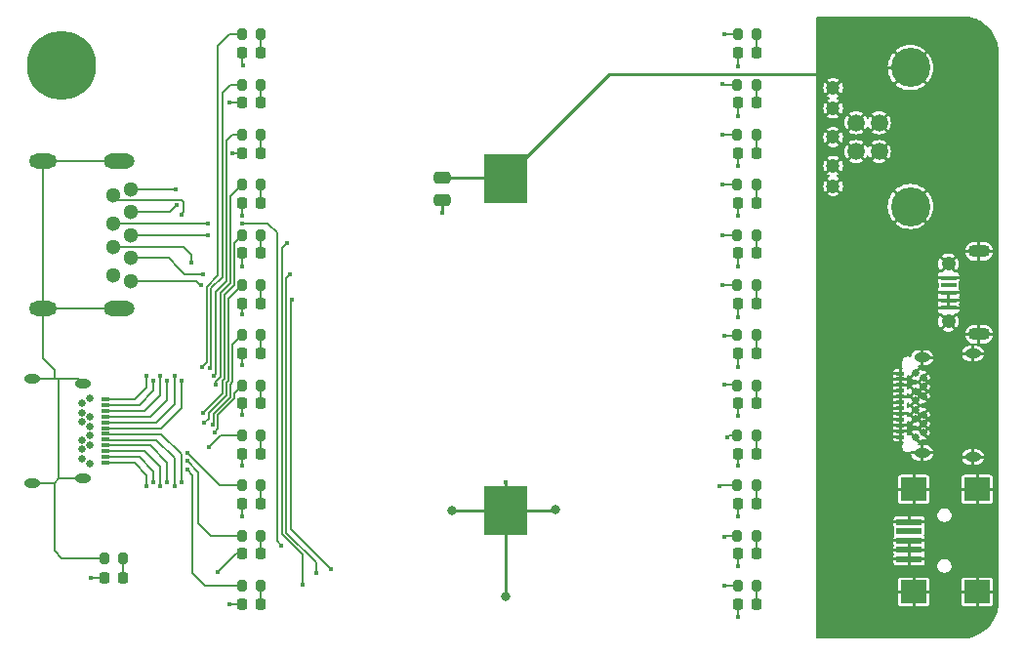
<source format=gbr>
%TF.GenerationSoftware,KiCad,Pcbnew,8.0.4*%
%TF.CreationDate,2024-12-07T18:54:13+01:00*%
%TF.ProjectId,usb_c_cable_tester,7573625f-635f-4636-9162-6c655f746573,2.2*%
%TF.SameCoordinates,Original*%
%TF.FileFunction,Copper,L1,Top*%
%TF.FilePolarity,Positive*%
%FSLAX46Y46*%
G04 Gerber Fmt 4.6, Leading zero omitted, Abs format (unit mm)*
G04 Created by KiCad (PCBNEW 8.0.4) date 2024-12-07 18:54:13*
%MOMM*%
%LPD*%
G01*
G04 APERTURE LIST*
G04 Aperture macros list*
%AMRoundRect*
0 Rectangle with rounded corners*
0 $1 Rounding radius*
0 $2 $3 $4 $5 $6 $7 $8 $9 X,Y pos of 4 corners*
0 Add a 4 corners polygon primitive as box body*
4,1,4,$2,$3,$4,$5,$6,$7,$8,$9,$2,$3,0*
0 Add four circle primitives for the rounded corners*
1,1,$1+$1,$2,$3*
1,1,$1+$1,$4,$5*
1,1,$1+$1,$6,$7*
1,1,$1+$1,$8,$9*
0 Add four rect primitives between the rounded corners*
20,1,$1+$1,$2,$3,$4,$5,0*
20,1,$1+$1,$4,$5,$6,$7,0*
20,1,$1+$1,$6,$7,$8,$9,0*
20,1,$1+$1,$8,$9,$2,$3,0*%
G04 Aperture macros list end*
%TA.AperFunction,SMDPad,CuDef*%
%ADD10R,1.350000X0.400000*%
%TD*%
%TA.AperFunction,ComponentPad*%
%ADD11O,1.900000X1.100000*%
%TD*%
%TA.AperFunction,ComponentPad*%
%ADD12C,1.250000*%
%TD*%
%TA.AperFunction,SMDPad,CuDef*%
%ADD13RoundRect,0.218750X-0.218750X-0.256250X0.218750X-0.256250X0.218750X0.256250X-0.218750X0.256250X0*%
%TD*%
%TA.AperFunction,SMDPad,CuDef*%
%ADD14RoundRect,0.200000X-0.200000X-0.275000X0.200000X-0.275000X0.200000X0.275000X-0.200000X0.275000X0*%
%TD*%
%TA.AperFunction,SMDPad,CuDef*%
%ADD15R,2.200000X0.500000*%
%TD*%
%TA.AperFunction,SMDPad,CuDef*%
%ADD16R,2.200000X2.000000*%
%TD*%
%TA.AperFunction,ComponentPad*%
%ADD17C,6.000000*%
%TD*%
%TA.AperFunction,SMDPad,CuDef*%
%ADD18R,0.700000X0.300000*%
%TD*%
%TA.AperFunction,ComponentPad*%
%ADD19C,0.650000*%
%TD*%
%TA.AperFunction,ComponentPad*%
%ADD20O,1.400000X0.800000*%
%TD*%
%TA.AperFunction,SMDPad,CuDef*%
%ADD21RoundRect,0.250000X-0.475000X0.250000X-0.475000X-0.250000X0.475000X-0.250000X0.475000X0.250000X0*%
%TD*%
%TA.AperFunction,ComponentPad*%
%ADD22C,1.500000*%
%TD*%
%TA.AperFunction,ComponentPad*%
%ADD23C,1.200000*%
%TD*%
%TA.AperFunction,ComponentPad*%
%ADD24C,3.400000*%
%TD*%
%TA.AperFunction,SMDPad,CuDef*%
%ADD25R,3.800000X4.200000*%
%TD*%
%TA.AperFunction,ComponentPad*%
%ADD26C,1.300000*%
%TD*%
%TA.AperFunction,ComponentPad*%
%ADD27O,2.700000X1.300000*%
%TD*%
%TA.AperFunction,ComponentPad*%
%ADD28O,2.400000X1.300000*%
%TD*%
%TA.AperFunction,ViaPad*%
%ADD29C,0.800000*%
%TD*%
%TA.AperFunction,ViaPad*%
%ADD30C,0.400000*%
%TD*%
%TA.AperFunction,Conductor*%
%ADD31C,0.250000*%
%TD*%
%TA.AperFunction,Conductor*%
%ADD32C,0.150000*%
%TD*%
%TA.AperFunction,Conductor*%
%ADD33C,0.254000*%
%TD*%
G04 APERTURE END LIST*
D10*
%TO.P,J3,1,VBUS*%
%TO.N,+3V3*%
X138450000Y-98300000D03*
%TO.P,J3,2,D-*%
X138450000Y-97650000D03*
%TO.P,J3,3,D+*%
X138450000Y-97000000D03*
%TO.P,J3,4,ID*%
%TO.N,unconnected-(J3-ID-Pad4)*%
X138450000Y-96350000D03*
%TO.P,J3,5,GND*%
%TO.N,+3V3*%
X138450000Y-95700000D03*
D11*
%TO.P,J3,6,Shield*%
X141100000Y-100600000D03*
D12*
X138450000Y-99500000D03*
X138450000Y-94500000D03*
D11*
X141100000Y-93400000D03*
%TD*%
D13*
%TO.P,D21,1,K*%
%TO.N,GND*%
X65250000Y-121750000D03*
%TO.P,D21,2,A*%
%TO.N,Net-(D21-A)*%
X66825000Y-121750000D03*
%TD*%
D14*
%TO.P,R4,1*%
%TO.N,/TX2-*%
X77175000Y-113709086D03*
%TO.P,R4,2*%
%TO.N,Net-(D4-A)*%
X78825000Y-113709086D03*
%TD*%
D15*
%TO.P,J5,1,VBUS*%
%TO.N,+3V3*%
X135050000Y-120100000D03*
%TO.P,J5,2,D-*%
X135050000Y-119300000D03*
%TO.P,J5,3,D+*%
X135050000Y-118500000D03*
%TO.P,J5,4,ID*%
%TO.N,unconnected-(J5-ID-Pad4)*%
X135050000Y-117700000D03*
%TO.P,J5,5,GND*%
%TO.N,+3V3*%
X135050000Y-116900000D03*
D16*
%TO.P,J5,6,Shield*%
X135450000Y-122950000D03*
X140950000Y-122950000D03*
X135450000Y-114050000D03*
X140950000Y-114050000D03*
%TD*%
D14*
%TO.P,R25,1*%
%TO.N,/GND_B12*%
X77175000Y-74600000D03*
%TO.P,R25,2*%
%TO.N,Net-(D25-A)*%
X78825000Y-74600000D03*
%TD*%
D13*
%TO.P,D25,1,K*%
%TO.N,GND*%
X77212500Y-76173913D03*
%TO.P,D25,2,A*%
%TO.N,Net-(D25-A)*%
X78787500Y-76173913D03*
%TD*%
D14*
%TO.P,R7,1*%
%TO.N,/TX1+*%
X120135000Y-78945454D03*
%TO.P,R7,2*%
%TO.N,Net-(D7-A)*%
X121785000Y-78945454D03*
%TD*%
%TO.P,R20,1*%
%TO.N,/VBUS_A4*%
X120135000Y-87636362D03*
%TO.P,R20,2*%
%TO.N,Net-(D20-A)*%
X121785000Y-87636362D03*
%TD*%
%TO.P,R16,1*%
%TO.N,/CC1*%
X120135000Y-91981816D03*
%TO.P,R16,2*%
%TO.N,Net-(D16-A)*%
X121785000Y-91981816D03*
%TD*%
D13*
%TO.P,D11,1,K*%
%TO.N,GND*%
X77212500Y-102260869D03*
%TO.P,D11,2,A*%
%TO.N,Net-(D11-A)*%
X78787500Y-102260869D03*
%TD*%
%TO.P,D8,1,K*%
%TO.N,GND*%
X120212500Y-84869565D03*
%TO.P,D8,2,A*%
%TO.N,Net-(D8-A)*%
X121787500Y-84869565D03*
%TD*%
D14*
%TO.P,R8,1*%
%TO.N,/TX1-*%
X120135000Y-83290908D03*
%TO.P,R8,2*%
%TO.N,Net-(D8-A)*%
X121785000Y-83290908D03*
%TD*%
%TO.P,R17,1*%
%TO.N,/SBU1*%
X120135000Y-105018178D03*
%TO.P,R17,2*%
%TO.N,Net-(D17-A)*%
X121785000Y-105018178D03*
%TD*%
%TO.P,R5,1*%
%TO.N,/RX2+*%
X120135000Y-118054540D03*
%TO.P,R5,2*%
%TO.N,Net-(D5-A)*%
X121785000Y-118054540D03*
%TD*%
D17*
%TO.P,REF\u002A\u002A,1*%
%TO.N,N/C*%
X61500000Y-77250000D03*
%TD*%
D18*
%TO.P,J2,A1,GND*%
%TO.N,/GND_A1*%
X65310000Y-106240000D03*
%TO.P,J2,A2,TX1+*%
%TO.N,/TX1+*%
X65310000Y-106740000D03*
%TO.P,J2,A3,TX1-*%
%TO.N,/TX1-*%
X65310000Y-107240000D03*
%TO.P,J2,A4,VBUS*%
%TO.N,/VBUS_A4*%
X65310000Y-107740000D03*
%TO.P,J2,A5,CC1*%
%TO.N,/CC1*%
X65310000Y-108240000D03*
%TO.P,J2,A6,D+*%
%TO.N,/D+_A*%
X65310000Y-108740000D03*
%TO.P,J2,A7,D-*%
%TO.N,/D-_A*%
X65310000Y-109240000D03*
%TO.P,J2,A8,SBU1*%
%TO.N,/SBU1*%
X65310000Y-109740000D03*
%TO.P,J2,A9,VBUS*%
%TO.N,/VBUS_A9*%
X65310000Y-110240000D03*
%TO.P,J2,A10,RX2-*%
%TO.N,/RX2-*%
X65310000Y-110740000D03*
%TO.P,J2,A11,RX2+*%
%TO.N,/RX2+*%
X65310000Y-111240000D03*
%TO.P,J2,A12,GND*%
%TO.N,/GND_A12*%
X65310000Y-111740000D03*
D19*
%TO.P,J2,B1,GND*%
%TO.N,/GND_B1*%
X64000000Y-111790000D03*
%TO.P,J2,B2,TX2+*%
%TO.N,/TX2+*%
X63300000Y-111390000D03*
%TO.P,J2,B3,TX2-*%
%TO.N,/TX2-*%
X63300000Y-110590000D03*
%TO.P,J2,B4,VBUS*%
%TO.N,/VBUS_B4*%
X64000000Y-110190000D03*
%TO.P,J2,B5,CC2*%
%TO.N,/CC2*%
X63300000Y-109790000D03*
%TO.P,J2,B6,D+*%
%TO.N,/D+_B*%
X64000000Y-109390000D03*
%TO.P,J2,B7,D-*%
%TO.N,/D-_B*%
X64000000Y-108590000D03*
%TO.P,J2,B8,SBU2*%
%TO.N,/SBU2*%
X63300000Y-108190000D03*
%TO.P,J2,B9,VBUS*%
%TO.N,/VBUS_B9*%
X64000000Y-107790000D03*
%TO.P,J2,B10,RX1-*%
%TO.N,/RX1-*%
X63300000Y-107390000D03*
%TO.P,J2,B11,RX1+*%
%TO.N,/RX1+*%
X63300000Y-106590000D03*
%TO.P,J2,B12,GND*%
%TO.N,/GND_B12*%
X64000000Y-106190000D03*
D20*
%TO.P,J2,S1,SHIELD*%
%TO.N,/SHLD*%
X59000000Y-104500000D03*
X63400000Y-104860000D03*
X63400000Y-113120000D03*
X59000000Y-113480000D03*
%TD*%
D13*
%TO.P,D5,1,K*%
%TO.N,GND*%
X120212500Y-119652173D03*
%TO.P,D5,2,A*%
%TO.N,Net-(D5-A)*%
X121787500Y-119652173D03*
%TD*%
%TO.P,D9,1,K*%
%TO.N,GND*%
X77212500Y-80521739D03*
%TO.P,D9,2,A*%
%TO.N,Net-(D9-A)*%
X78787500Y-80521739D03*
%TD*%
D21*
%TO.P,C1,1*%
%TO.N,+3V3*%
X94500000Y-87050000D03*
%TO.P,C1,2*%
%TO.N,GND*%
X94500000Y-88950000D03*
%TD*%
D13*
%TO.P,D12,1,K*%
%TO.N,GND*%
X120212500Y-97913043D03*
%TO.P,D12,2,A*%
%TO.N,Net-(D12-A)*%
X121787500Y-97913043D03*
%TD*%
%TO.P,D16,1,K*%
%TO.N,GND*%
X120212500Y-93565217D03*
%TO.P,D16,2,A*%
%TO.N,Net-(D16-A)*%
X121787500Y-93565217D03*
%TD*%
D14*
%TO.P,R24,1*%
%TO.N,/GND_B1*%
X77175000Y-122400000D03*
%TO.P,R24,2*%
%TO.N,Net-(D24-A)*%
X78825000Y-122400000D03*
%TD*%
D13*
%TO.P,D10,1,K*%
%TO.N,GND*%
X77212500Y-84869565D03*
%TO.P,D10,2,A*%
%TO.N,Net-(D10-A)*%
X78787500Y-84869565D03*
%TD*%
%TO.P,D4,1,K*%
%TO.N,GND*%
X77212500Y-115304347D03*
%TO.P,D4,2,A*%
%TO.N,Net-(D4-A)*%
X78787500Y-115304347D03*
%TD*%
D14*
%TO.P,R14,1*%
%TO.N,/D-_A*%
X120135000Y-100672724D03*
%TO.P,R14,2*%
%TO.N,Net-(D14-A)*%
X121785000Y-100672724D03*
%TD*%
D13*
%TO.P,D14,1,K*%
%TO.N,GND*%
X120212500Y-102260869D03*
%TO.P,D14,2,A*%
%TO.N,Net-(D14-A)*%
X121787500Y-102260869D03*
%TD*%
D14*
%TO.P,R1,1*%
%TO.N,/VBUS_B4*%
X77175000Y-109363632D03*
%TO.P,R1,2*%
%TO.N,Net-(D1-A)*%
X78825000Y-109363632D03*
%TD*%
D18*
%TO.P,J1,A1,GND*%
%TO.N,+3V3*%
X134250000Y-109500000D03*
%TO.P,J1,A2,TX1+*%
X134250000Y-109000000D03*
%TO.P,J1,A3,TX1-*%
X134250000Y-108500000D03*
%TO.P,J1,A4,VBUS*%
X134250000Y-108000000D03*
%TO.P,J1,A5,CC1*%
X134250000Y-107500000D03*
%TO.P,J1,A6,D+*%
X134250000Y-107000000D03*
%TO.P,J1,A7,D-*%
X134250000Y-106500000D03*
%TO.P,J1,A8,SBU1*%
X134250000Y-106000000D03*
%TO.P,J1,A9,VBUS*%
X134250000Y-105500000D03*
%TO.P,J1,A10,RX2-*%
X134250000Y-105000000D03*
%TO.P,J1,A11,RX2+*%
X134250000Y-104500000D03*
%TO.P,J1,A12,GND*%
X134250000Y-104000000D03*
D19*
%TO.P,J1,B1,GND*%
X135560000Y-103950000D03*
%TO.P,J1,B2,TX2+*%
X136260000Y-104350000D03*
%TO.P,J1,B3,TX2-*%
X136260000Y-105150000D03*
%TO.P,J1,B4,VBUS*%
X135560000Y-105550000D03*
%TO.P,J1,B5,CC2*%
X136260000Y-105950000D03*
%TO.P,J1,B6,D+*%
X135560000Y-106350000D03*
%TO.P,J1,B7,D-*%
X135560000Y-107150000D03*
%TO.P,J1,B8,SBU2*%
X136260000Y-107550000D03*
%TO.P,J1,B9,VBUS*%
X135560000Y-107950000D03*
%TO.P,J1,B10,RX1-*%
X136260000Y-108350000D03*
%TO.P,J1,B11,RX1+*%
X136260000Y-109150000D03*
%TO.P,J1,B12,GND*%
X135560000Y-109550000D03*
D20*
%TO.P,J1,S1,SHIELD*%
X140560000Y-111240000D03*
X136160000Y-110880000D03*
X136160000Y-102620000D03*
X140560000Y-102260000D03*
%TD*%
D14*
%TO.P,R13,1*%
%TO.N,/D-_B*%
X77175000Y-96327270D03*
%TO.P,R13,2*%
%TO.N,Net-(D13-A)*%
X78825000Y-96327270D03*
%TD*%
D13*
%TO.P,D2,1,K*%
%TO.N,GND*%
X77212500Y-89217391D03*
%TO.P,D2,2,A*%
%TO.N,Net-(D2-A)*%
X78787500Y-89217391D03*
%TD*%
%TO.P,D15,1,K*%
%TO.N,GND*%
X77212500Y-106608695D03*
%TO.P,D15,2,A*%
%TO.N,Net-(D15-A)*%
X78787500Y-106608695D03*
%TD*%
D22*
%TO.P,J4,1,VBUS*%
%TO.N,+3V3*%
X130435000Y-82250000D03*
%TO.P,J4,2,D-*%
X130435000Y-84750000D03*
%TO.P,J4,3,D+*%
X132445000Y-84750000D03*
%TO.P,J4,4,GND*%
X132445000Y-82250000D03*
D23*
%TO.P,J4,5,SSTX-*%
X128445000Y-87750000D03*
%TO.P,J4,6,SSTX+*%
X128445000Y-86000000D03*
%TO.P,J4,7,DRAIN*%
X128445000Y-83500000D03*
%TO.P,J4,8,SSRX-*%
X128445000Y-81000000D03*
%TO.P,J4,9,SSRX+*%
X128445000Y-79250000D03*
D24*
%TO.P,J4,10,SHIELD*%
X135145000Y-89520000D03*
X135145000Y-77480000D03*
%TD*%
D13*
%TO.P,D22,1,K*%
%TO.N,GND*%
X120212500Y-76173913D03*
%TO.P,D22,2,A*%
%TO.N,Net-(D22-A)*%
X121787500Y-76173913D03*
%TD*%
D25*
%TO.P,BT1,1,+*%
%TO.N,+3V3*%
X100000000Y-87110000D03*
%TO.P,BT1,2,-*%
%TO.N,GND*%
X100000000Y-115890000D03*
%TD*%
D14*
%TO.P,R18,1*%
%TO.N,/SBU2*%
X77175000Y-91981816D03*
%TO.P,R18,2*%
%TO.N,Net-(D18-A)*%
X78825000Y-91981816D03*
%TD*%
%TO.P,R23,1*%
%TO.N,/GND_A12*%
X120175000Y-122400000D03*
%TO.P,R23,2*%
%TO.N,Net-(D23-A)*%
X121825000Y-122400000D03*
%TD*%
D13*
%TO.P,D6,1,K*%
%TO.N,GND*%
X120212500Y-115304347D03*
%TO.P,D6,2,A*%
%TO.N,Net-(D6-A)*%
X121787500Y-115304347D03*
%TD*%
D26*
%TO.P,J6,1,VBUS*%
%TO.N,/VBUS_A4*%
X66000000Y-88500000D03*
%TO.P,J6,2,D-*%
%TO.N,/D-_A*%
X66000000Y-91000000D03*
%TO.P,J6,3,D+*%
%TO.N,/D+_A*%
X66000000Y-93000000D03*
%TO.P,J6,4,GND*%
%TO.N,/GND_A1*%
X66000000Y-95500000D03*
%TO.P,J6,5,SSRX-*%
%TO.N,/RX2-*%
X67500000Y-96000000D03*
%TO.P,J6,6,SSRX+*%
%TO.N,/RX2+*%
X67500000Y-94000000D03*
%TO.P,J6,7,DRAIN*%
%TO.N,/GND_A12*%
X67500000Y-92000000D03*
%TO.P,J6,8,SSTX-*%
%TO.N,/TX1-*%
X67500000Y-90000000D03*
%TO.P,J6,9,SSTX+*%
%TO.N,/TX1+*%
X67500000Y-88000000D03*
D27*
%TO.P,J6,10,SHIELD*%
%TO.N,/SHLD*%
X66500000Y-85600000D03*
D28*
X59900000Y-85600000D03*
D27*
X66500000Y-98400000D03*
D28*
X59900000Y-98400000D03*
%TD*%
D13*
%TO.P,D20,1,K*%
%TO.N,GND*%
X120212500Y-89217391D03*
%TO.P,D20,2,A*%
%TO.N,Net-(D20-A)*%
X121787500Y-89217391D03*
%TD*%
D14*
%TO.P,R2,1*%
%TO.N,/VBUS_B9*%
X77175000Y-87636362D03*
%TO.P,R2,2*%
%TO.N,Net-(D2-A)*%
X78825000Y-87636362D03*
%TD*%
D13*
%TO.P,D17,1,K*%
%TO.N,GND*%
X120212500Y-106608695D03*
%TO.P,D17,2,A*%
%TO.N,Net-(D17-A)*%
X121787500Y-106608695D03*
%TD*%
D14*
%TO.P,R10,1*%
%TO.N,/RX1-*%
X77175000Y-83290908D03*
%TO.P,R10,2*%
%TO.N,Net-(D10-A)*%
X78825000Y-83290908D03*
%TD*%
%TO.P,R3,1*%
%TO.N,/TX2+*%
X77175000Y-118054540D03*
%TO.P,R3,2*%
%TO.N,Net-(D3-A)*%
X78825000Y-118054540D03*
%TD*%
D13*
%TO.P,D23,1,K*%
%TO.N,GND*%
X120212500Y-124000000D03*
%TO.P,D23,2,A*%
%TO.N,Net-(D23-A)*%
X121787500Y-124000000D03*
%TD*%
D14*
%TO.P,R19,1*%
%TO.N,/VBUS_A9*%
X120135000Y-109363632D03*
%TO.P,R19,2*%
%TO.N,Net-(D19-A)*%
X121785000Y-109363632D03*
%TD*%
%TO.P,R12,1*%
%TO.N,/D+_A*%
X120135000Y-96327270D03*
%TO.P,R12,2*%
%TO.N,Net-(D12-A)*%
X121785000Y-96327270D03*
%TD*%
%TO.P,R9,1*%
%TO.N,/RX1+*%
X77175000Y-78945454D03*
%TO.P,R9,2*%
%TO.N,Net-(D9-A)*%
X78825000Y-78945454D03*
%TD*%
D13*
%TO.P,D1,1,K*%
%TO.N,GND*%
X77212500Y-110956521D03*
%TO.P,D1,2,A*%
%TO.N,Net-(D1-A)*%
X78787500Y-110956521D03*
%TD*%
D14*
%TO.P,R22,1*%
%TO.N,/GND_A1*%
X120175000Y-74600000D03*
%TO.P,R22,2*%
%TO.N,Net-(D22-A)*%
X121825000Y-74600000D03*
%TD*%
D13*
%TO.P,D19,1,K*%
%TO.N,GND*%
X120212500Y-110956521D03*
%TO.P,D19,2,A*%
%TO.N,Net-(D19-A)*%
X121787500Y-110956521D03*
%TD*%
D14*
%TO.P,R15,1*%
%TO.N,/CC2*%
X77175000Y-105018178D03*
%TO.P,R15,2*%
%TO.N,Net-(D15-A)*%
X78825000Y-105018178D03*
%TD*%
D13*
%TO.P,D7,1,K*%
%TO.N,GND*%
X120212500Y-80521739D03*
%TO.P,D7,2,A*%
%TO.N,Net-(D7-A)*%
X121787500Y-80521739D03*
%TD*%
D14*
%TO.P,R21,1*%
%TO.N,/SHLD*%
X65212500Y-120000000D03*
%TO.P,R21,2*%
%TO.N,Net-(D21-A)*%
X66862500Y-120000000D03*
%TD*%
D13*
%TO.P,D3,1,K*%
%TO.N,GND*%
X77212500Y-119652173D03*
%TO.P,D3,2,A*%
%TO.N,Net-(D3-A)*%
X78787500Y-119652173D03*
%TD*%
%TO.P,D24,1,K*%
%TO.N,GND*%
X77212500Y-124000000D03*
%TO.P,D24,2,A*%
%TO.N,Net-(D24-A)*%
X78787500Y-124000000D03*
%TD*%
%TO.P,D13,1,K*%
%TO.N,GND*%
X77212500Y-97913043D03*
%TO.P,D13,2,A*%
%TO.N,Net-(D13-A)*%
X78787500Y-97913043D03*
%TD*%
D14*
%TO.P,R6,1*%
%TO.N,/RX2-*%
X120135000Y-113709086D03*
%TO.P,R6,2*%
%TO.N,Net-(D6-A)*%
X121785000Y-113709086D03*
%TD*%
%TO.P,R11,1*%
%TO.N,/D+_B*%
X77175000Y-100672724D03*
%TO.P,R11,2*%
%TO.N,Net-(D11-A)*%
X78825000Y-100672724D03*
%TD*%
D13*
%TO.P,D18,1,K*%
%TO.N,GND*%
X77212500Y-93565217D03*
%TO.P,D18,2,A*%
%TO.N,Net-(D18-A)*%
X78787500Y-93565217D03*
%TD*%
D29*
%TO.N,GND*%
X104350000Y-115800000D03*
X100000000Y-123300000D03*
X95400000Y-115850000D03*
D30*
X120200000Y-107700000D03*
X76100000Y-124000000D03*
X94500000Y-90100000D03*
X77200000Y-116400000D03*
X77300000Y-77300000D03*
X77200000Y-112000000D03*
X120200000Y-86000000D03*
X120200000Y-103400000D03*
X120200000Y-116400000D03*
X120200000Y-81700000D03*
X100000000Y-113400000D03*
X120200000Y-99100000D03*
X75100000Y-121200000D03*
X77200000Y-103300000D03*
X77200000Y-98900000D03*
X120200000Y-112000000D03*
X77200000Y-107600000D03*
X120200000Y-90300000D03*
X120200000Y-77400000D03*
X120200000Y-94700000D03*
X120200000Y-120700000D03*
X77200000Y-90300000D03*
X64100000Y-121700000D03*
X77200000Y-94700000D03*
X76100000Y-80500000D03*
X120200000Y-125100000D03*
X76300000Y-84900000D03*
%TO.N,/GND_A1*%
X119000000Y-74600000D03*
X68900000Y-104200000D03*
%TO.N,/TX1+*%
X118800000Y-78900000D03*
X69500000Y-104600000D03*
X71400000Y-88000000D03*
%TO.N,/TX1-*%
X71500000Y-89400000D03*
X70100000Y-104200000D03*
X118800000Y-83300000D03*
%TO.N,/VBUS_A4*%
X71900000Y-90200000D03*
X118800000Y-87600000D03*
X70700000Y-104600000D03*
%TO.N,/CC1*%
X71300000Y-104200000D03*
X118800000Y-92000000D03*
%TO.N,/D+_A*%
X71900000Y-104600000D03*
X118800000Y-96300000D03*
X72800000Y-94400000D03*
%TO.N,/D-_A*%
X74200000Y-91000000D03*
X119000000Y-100700000D03*
X71900000Y-113400000D03*
X77200000Y-91000000D03*
X80600000Y-118900000D03*
%TO.N,/VBUS_B9*%
X74900000Y-105000000D03*
%TO.N,/VBUS_A9*%
X70700000Y-113400000D03*
X119300000Y-109500000D03*
%TO.N,/RX2-*%
X73600000Y-96300000D03*
X81500000Y-97600000D03*
X70100000Y-113800000D03*
X84900000Y-121000000D03*
X118600000Y-113800000D03*
%TO.N,/RX2+*%
X73800000Y-95400000D03*
X83600000Y-121300000D03*
X81300000Y-95400000D03*
X119000000Y-118200000D03*
X69500000Y-113400000D03*
%TO.N,/GND_A12*%
X82400000Y-122300000D03*
X68900000Y-113800000D03*
X74200000Y-92000000D03*
X119000000Y-122400000D03*
X81100000Y-92700000D03*
%TO.N,/GND_B1*%
X72400000Y-112300000D03*
%TO.N,/TX2+*%
X72400000Y-111600000D03*
%TO.N,/TX2-*%
X72400000Y-110900000D03*
%TO.N,/VBUS_B4*%
X74300000Y-110400000D03*
%TO.N,/CC2*%
X74800000Y-109100000D03*
%TO.N,/D-_B*%
X73900000Y-108300000D03*
%TO.N,/RX1-*%
X74700000Y-104200000D03*
%TO.N,/RX1+*%
X74400000Y-103500000D03*
%TO.N,/GND_B12*%
X73700000Y-103400000D03*
%TO.N,/SBU1*%
X71300000Y-113800000D03*
X119000000Y-105000000D03*
%TO.N,/D+_B*%
X74600000Y-108400000D03*
%TO.N,/SBU2*%
X73800000Y-107400000D03*
%TD*%
D31*
%TO.N,GND*%
X104260000Y-115890000D02*
X104350000Y-115800000D01*
X100000000Y-115890000D02*
X104260000Y-115890000D01*
X100000000Y-115890000D02*
X100000000Y-123300000D01*
X95440000Y-115890000D02*
X95400000Y-115850000D01*
X100000000Y-115890000D02*
X95440000Y-115890000D01*
D32*
%TO.N,Net-(D1-A)*%
X78787500Y-110956521D02*
X78787500Y-109401132D01*
X78787500Y-109401132D02*
X78825000Y-109363632D01*
%TO.N,Net-(D2-A)*%
X78787500Y-89217391D02*
X78787500Y-87673862D01*
X78787500Y-87673862D02*
X78825000Y-87636362D01*
D33*
%TO.N,GND*%
X100000000Y-116000000D02*
X100000000Y-113400000D01*
D32*
X77212500Y-97913043D02*
X77212500Y-98887500D01*
X120212500Y-84869565D02*
X120212500Y-85987500D01*
X120212500Y-102260869D02*
X120212500Y-103387500D01*
X120212500Y-120687500D02*
X120200000Y-120700000D01*
X120212500Y-107687500D02*
X120200000Y-107700000D01*
X77212500Y-103287500D02*
X77200000Y-103300000D01*
X120212500Y-115304347D02*
X120212500Y-116387500D01*
X120212500Y-81687500D02*
X120200000Y-81700000D01*
X77212500Y-84869565D02*
X76330435Y-84869565D01*
X120212500Y-97913043D02*
X120212500Y-99087500D01*
D33*
X94500000Y-88950000D02*
X94500000Y-90100000D01*
D32*
X77212500Y-89217391D02*
X77212500Y-90287500D01*
X77212500Y-110956521D02*
X77212500Y-111987500D01*
X77212500Y-77212500D02*
X77300000Y-77300000D01*
X65250000Y-121750000D02*
X64150000Y-121750000D01*
X77212500Y-106608695D02*
X77212500Y-107587500D01*
X77212500Y-115304347D02*
X77212500Y-116387500D01*
X77212500Y-94687500D02*
X77200000Y-94700000D01*
X120212500Y-111987500D02*
X120200000Y-112000000D01*
X76121739Y-80521739D02*
X76100000Y-80500000D01*
X120212500Y-103387500D02*
X120200000Y-103400000D01*
X120212500Y-90287500D02*
X120200000Y-90300000D01*
X120212500Y-80521739D02*
X120212500Y-81687500D01*
X76330435Y-84869565D02*
X76300000Y-84900000D01*
X120212500Y-106608695D02*
X120212500Y-107687500D01*
X120212500Y-124000000D02*
X120212500Y-125087500D01*
X76647827Y-119652173D02*
X75100000Y-121200000D01*
X120212500Y-85987500D02*
X120200000Y-86000000D01*
X77212500Y-119652173D02*
X76647827Y-119652173D01*
X77212500Y-90287500D02*
X77200000Y-90300000D01*
X77212500Y-107587500D02*
X77200000Y-107600000D01*
X77212500Y-98887500D02*
X77200000Y-98900000D01*
X120212500Y-93565217D02*
X120212500Y-94687500D01*
X120212500Y-94687500D02*
X120200000Y-94700000D01*
X77212500Y-102260869D02*
X77212500Y-103287500D01*
X120212500Y-77387500D02*
X120200000Y-77400000D01*
X120212500Y-110956521D02*
X120212500Y-111987500D01*
X120212500Y-99087500D02*
X120200000Y-99100000D01*
X120212500Y-76173913D02*
X120212500Y-77387500D01*
X120212500Y-89217391D02*
X120212500Y-90287500D01*
X77212500Y-80521739D02*
X76121739Y-80521739D01*
X120212500Y-116387500D02*
X120200000Y-116400000D01*
X64150000Y-121750000D02*
X64100000Y-121700000D01*
X120212500Y-119652173D02*
X120212500Y-120687500D01*
X77212500Y-116387500D02*
X77200000Y-116400000D01*
X77212500Y-93565217D02*
X77212500Y-94687500D01*
X77212500Y-111987500D02*
X77200000Y-112000000D01*
X77212500Y-76173913D02*
X77212500Y-77212500D01*
X120212500Y-125087500D02*
X120200000Y-125100000D01*
X77212500Y-124000000D02*
X76100000Y-124000000D01*
%TO.N,Net-(D3-A)*%
X78787500Y-119652173D02*
X78787500Y-118092040D01*
X78787500Y-118092040D02*
X78825000Y-118054540D01*
%TO.N,Net-(D4-A)*%
X78787500Y-115304347D02*
X78787500Y-113746586D01*
X78787500Y-113746586D02*
X78825000Y-113709086D01*
%TO.N,Net-(D5-A)*%
X121787500Y-119652173D02*
X121787500Y-118057040D01*
X121787500Y-118057040D02*
X121785000Y-118054540D01*
%TO.N,Net-(D6-A)*%
X121787500Y-115304347D02*
X121787500Y-113711586D01*
X121787500Y-113711586D02*
X121785000Y-113709086D01*
%TO.N,Net-(D7-A)*%
X121787500Y-80521739D02*
X121787500Y-78947954D01*
X121787500Y-78947954D02*
X121785000Y-78945454D01*
%TO.N,Net-(D8-A)*%
X121787500Y-84869565D02*
X121787500Y-83293408D01*
X121787500Y-83293408D02*
X121785000Y-83290908D01*
%TO.N,Net-(D9-A)*%
X78787500Y-78982954D02*
X78825000Y-78945454D01*
X78787500Y-80521739D02*
X78787500Y-78982954D01*
D33*
%TO.N,+3V3*%
X94500000Y-87050000D02*
X99950000Y-87050000D01*
X130820000Y-77480000D02*
X135210000Y-77480000D01*
X129900000Y-78000000D02*
X130100000Y-78200000D01*
X130100000Y-78200000D02*
X130820000Y-77480000D01*
X109000000Y-78000000D02*
X129900000Y-78000000D01*
X100000000Y-87000000D02*
X109000000Y-78000000D01*
X99950000Y-87050000D02*
X100000000Y-87000000D01*
D32*
%TO.N,Net-(D10-A)*%
X78787500Y-84869565D02*
X78787500Y-83328408D01*
X78787500Y-83328408D02*
X78825000Y-83290908D01*
%TO.N,Net-(D11-A)*%
X78787500Y-100710224D02*
X78825000Y-100672724D01*
X78787500Y-102260869D02*
X78787500Y-100710224D01*
%TO.N,Net-(D12-A)*%
X121787500Y-96329770D02*
X121785000Y-96327270D01*
X121787500Y-97913043D02*
X121787500Y-96329770D01*
%TO.N,Net-(D13-A)*%
X78787500Y-96364770D02*
X78825000Y-96327270D01*
X78787500Y-97913043D02*
X78787500Y-96364770D01*
%TO.N,Net-(D14-A)*%
X121787500Y-100675224D02*
X121785000Y-100672724D01*
X121787500Y-102260869D02*
X121787500Y-100675224D01*
%TO.N,Net-(D15-A)*%
X78787500Y-105055678D02*
X78825000Y-105018178D01*
X78787500Y-106608695D02*
X78787500Y-105055678D01*
%TO.N,Net-(D16-A)*%
X121787500Y-93565217D02*
X121787500Y-91984316D01*
X121787500Y-91984316D02*
X121785000Y-91981816D01*
%TO.N,Net-(D17-A)*%
X121787500Y-105020678D02*
X121785000Y-105018178D01*
X121787500Y-106608695D02*
X121787500Y-105020678D01*
%TO.N,Net-(D18-A)*%
X78787500Y-93565217D02*
X78787500Y-92019316D01*
X78787500Y-92019316D02*
X78825000Y-91981816D01*
%TO.N,Net-(D19-A)*%
X121787500Y-110956521D02*
X121787500Y-109366132D01*
X121787500Y-109366132D02*
X121785000Y-109363632D01*
%TO.N,Net-(D20-A)*%
X121787500Y-89217391D02*
X121787500Y-87638862D01*
X121787500Y-87638862D02*
X121785000Y-87636362D01*
%TO.N,Net-(D21-A)*%
X66862500Y-120000000D02*
X66862500Y-121712500D01*
X66862500Y-121712500D02*
X66825000Y-121750000D01*
%TO.N,Net-(D22-A)*%
X121787500Y-74637500D02*
X121825000Y-74600000D01*
X121787500Y-76173913D02*
X121787500Y-74637500D01*
%TO.N,Net-(D23-A)*%
X121787500Y-122437500D02*
X121825000Y-122400000D01*
X121787500Y-124000000D02*
X121787500Y-122437500D01*
%TO.N,Net-(D24-A)*%
X78787500Y-124000000D02*
X78787500Y-122437500D01*
X78787500Y-122437500D02*
X78825000Y-122400000D01*
%TO.N,Net-(D25-A)*%
X78787500Y-76173913D02*
X78787500Y-74637500D01*
X78787500Y-74637500D02*
X78825000Y-74600000D01*
%TO.N,/GND_A1*%
X68900000Y-104200000D02*
X68900000Y-105200000D01*
X68900000Y-105200000D02*
X67850000Y-106250000D01*
X119000000Y-74600000D02*
X120175000Y-74600000D01*
X67850000Y-106250000D02*
X65210000Y-106250000D01*
%TO.N,/TX1+*%
X118800000Y-78900000D02*
X118845454Y-78945454D01*
X69500000Y-104600000D02*
X69500000Y-105500000D01*
X67525000Y-88000000D02*
X71400000Y-88000000D01*
X69500000Y-105500000D02*
X68250000Y-106750000D01*
X68250000Y-106750000D02*
X65210000Y-106750000D01*
X118845454Y-78945454D02*
X120135000Y-78945454D01*
%TO.N,/TX1-*%
X118800000Y-83300000D02*
X120125908Y-83300000D01*
X70100000Y-104200000D02*
X70100000Y-105900000D01*
X70100000Y-105900000D02*
X68750000Y-107250000D01*
X68750000Y-107250000D02*
X65210000Y-107250000D01*
X70900000Y-90000000D02*
X67525000Y-90000000D01*
X71500000Y-89400000D02*
X70900000Y-90000000D01*
X120125908Y-83300000D02*
X120135000Y-83290908D01*
%TO.N,/VBUS_A4*%
X118800000Y-87600000D02*
X120098638Y-87600000D01*
X66025000Y-88500000D02*
X66450000Y-88925000D01*
X72100000Y-90000000D02*
X71900000Y-90200000D01*
X72100000Y-89100000D02*
X72100000Y-90000000D01*
X70700000Y-104600000D02*
X70700000Y-106300000D01*
X69250000Y-107750000D02*
X65210000Y-107750000D01*
X66450000Y-88925000D02*
X71925000Y-88925000D01*
X120098638Y-87600000D02*
X120135000Y-87636362D01*
X71925000Y-88925000D02*
X72100000Y-89100000D01*
X70700000Y-106300000D02*
X69250000Y-107750000D01*
%TO.N,/CC1*%
X69750000Y-108250000D02*
X65210000Y-108250000D01*
X120116816Y-92000000D02*
X120135000Y-91981816D01*
X118800000Y-92000000D02*
X120116816Y-92000000D01*
X71300000Y-104200000D02*
X71300000Y-106700000D01*
X71300000Y-106700000D02*
X69750000Y-108250000D01*
%TO.N,/D+_A*%
X66025000Y-93000000D02*
X72100000Y-93000000D01*
X72100000Y-93000000D02*
X72800000Y-93700000D01*
X71900000Y-104600000D02*
X71900000Y-107000000D01*
X71900000Y-107000000D02*
X70150000Y-108750000D01*
X118800000Y-96300000D02*
X120107730Y-96300000D01*
X120107730Y-96300000D02*
X120135000Y-96327270D01*
X72800000Y-93700000D02*
X72800000Y-94400000D01*
X70150000Y-108750000D02*
X65210000Y-108750000D01*
%TO.N,/D-_A*%
X71900000Y-113400000D02*
X71900000Y-111000000D01*
X77200000Y-91000000D02*
X79400000Y-91000000D01*
X80200000Y-91800000D02*
X80200000Y-112300000D01*
X80200000Y-112300000D02*
X80200000Y-118500000D01*
X70150000Y-109250000D02*
X65210000Y-109250000D01*
X80200000Y-118500000D02*
X80600000Y-118900000D01*
X119000000Y-100700000D02*
X120107724Y-100700000D01*
X71900000Y-111000000D02*
X70150000Y-109250000D01*
X79400000Y-91000000D02*
X80200000Y-91800000D01*
X66025000Y-91000000D02*
X74200000Y-91000000D01*
X120107724Y-100700000D02*
X120135000Y-100672724D01*
%TO.N,/VBUS_B9*%
X76149501Y-88661861D02*
X77175000Y-87636362D01*
X74900000Y-104700000D02*
X75300000Y-104300000D01*
X76149501Y-96144768D02*
X76149501Y-88661861D01*
X74900000Y-105000000D02*
X74900000Y-104700000D01*
X75300000Y-104300000D02*
X75300000Y-96994270D01*
X75300000Y-96994270D02*
X76149501Y-96144768D01*
%TO.N,/VBUS_A9*%
X119300000Y-109500000D02*
X119436368Y-109363632D01*
X69250000Y-110250000D02*
X65210000Y-110250000D01*
X70700000Y-111700000D02*
X69250000Y-110250000D01*
X119436368Y-109363632D02*
X120135000Y-109363632D01*
X70700000Y-113400000D02*
X70700000Y-111700000D01*
%TO.N,/RX2-*%
X73500000Y-96300000D02*
X73600000Y-96300000D01*
X67525000Y-96000000D02*
X73200000Y-96000000D01*
X81400000Y-97700000D02*
X81500000Y-97600000D01*
X73400000Y-96200000D02*
X73500000Y-96300000D01*
X68750000Y-110750000D02*
X65210000Y-110750000D01*
X81400000Y-117500000D02*
X81400000Y-106800000D01*
X70100000Y-113800000D02*
X70100000Y-112100000D01*
X84900000Y-121000000D02*
X81400000Y-117500000D01*
X70100000Y-112100000D02*
X68750000Y-110750000D01*
X81400000Y-106800000D02*
X81400000Y-97700000D01*
X73200000Y-96000000D02*
X73400000Y-96200000D01*
X118600000Y-113800000D02*
X118690914Y-113709086D01*
X118690914Y-113709086D02*
X120135000Y-113709086D01*
%TO.N,/RX2+*%
X69500000Y-113400000D02*
X69500000Y-112500000D01*
X81000000Y-117800000D02*
X83600000Y-120400000D01*
X81000000Y-95700000D02*
X81000000Y-117800000D01*
X67525000Y-94000000D02*
X70800000Y-94000000D01*
X83600000Y-120400000D02*
X83600000Y-121300000D01*
X73700000Y-95400000D02*
X73800000Y-95400000D01*
X68250000Y-111250000D02*
X65210000Y-111250000D01*
X81300000Y-95400000D02*
X81000000Y-95700000D01*
X119145460Y-118054540D02*
X120135000Y-118054540D01*
X119000000Y-118200000D02*
X119145460Y-118054540D01*
X70800000Y-94000000D02*
X71700000Y-94900000D01*
X69500000Y-112500000D02*
X68250000Y-111250000D01*
X71700000Y-94900000D02*
X72200000Y-95400000D01*
X72200000Y-95400000D02*
X73700000Y-95400000D01*
%TO.N,/GND_A12*%
X81100000Y-92700000D02*
X80650499Y-93149501D01*
X67850000Y-111750000D02*
X65210000Y-111750000D01*
X82400000Y-119694270D02*
X82400000Y-122300000D01*
X67525000Y-92000000D02*
X74200000Y-92000000D01*
X119000000Y-122400000D02*
X120175000Y-122400000D01*
X68900000Y-113800000D02*
X68900000Y-112800000D01*
X80650499Y-93149501D02*
X80650499Y-117944769D01*
X68900000Y-112800000D02*
X67850000Y-111750000D01*
X80650499Y-117944769D02*
X82400000Y-119694270D01*
%TO.N,/GND_B1*%
X72900000Y-121300000D02*
X74000000Y-122400000D01*
X74000000Y-122400000D02*
X77175000Y-122400000D01*
X72900000Y-112800000D02*
X72900000Y-121300000D01*
X72400000Y-112300000D02*
X72900000Y-112800000D01*
%TO.N,/TX2+*%
X74454540Y-118054540D02*
X77175000Y-118054540D01*
X73400000Y-117000000D02*
X74454540Y-118054540D01*
X72400000Y-111600000D02*
X73400000Y-112600000D01*
X73400000Y-112600000D02*
X73400000Y-117000000D01*
%TO.N,/TX2-*%
X72400000Y-110900000D02*
X75209086Y-113709086D01*
X75209086Y-113709086D02*
X77175000Y-113709086D01*
%TO.N,/VBUS_B4*%
X74300000Y-110400000D02*
X75336368Y-109363632D01*
X75336368Y-109363632D02*
X77175000Y-109363632D01*
%TO.N,/CC2*%
X75100000Y-107582809D02*
X76500000Y-106182806D01*
X76500000Y-105693178D02*
X77175000Y-105018178D01*
X74800000Y-109100000D02*
X75100000Y-108800000D01*
X75100000Y-108800000D02*
X75100000Y-107582809D01*
X76500000Y-106182806D02*
X76500000Y-105693178D01*
%TO.N,/D-_B*%
X73900000Y-108300000D02*
X74300000Y-107900000D01*
X75800998Y-105893271D02*
X75800998Y-104787540D01*
X74300000Y-107900000D02*
X74300000Y-107394270D01*
X75999002Y-97503268D02*
X77175000Y-96327270D01*
X75999002Y-104589535D02*
X75999002Y-97503268D01*
X74300000Y-107394270D02*
X75800998Y-105893271D01*
X75800998Y-104787540D02*
X75999002Y-104589535D01*
%TO.N,/RX1-*%
X74900000Y-96900000D02*
X75800000Y-96000000D01*
X75800000Y-83800000D02*
X76309092Y-83290908D01*
X74900000Y-104000000D02*
X74900000Y-96900000D01*
X74700000Y-104200000D02*
X74900000Y-104000000D01*
X75800000Y-96000000D02*
X75800000Y-83800000D01*
X76309092Y-83290908D02*
X77175000Y-83290908D01*
%TO.N,/RX1+*%
X75450499Y-79649501D02*
X76154546Y-78945454D01*
X74400000Y-103500000D02*
X74500000Y-103400000D01*
X74500000Y-103400000D02*
X74500000Y-96600000D01*
X75450499Y-95649501D02*
X75450499Y-79649501D01*
X74500000Y-96600000D02*
X75450499Y-95649501D01*
X76154546Y-78945454D02*
X77175000Y-78945454D01*
%TO.N,/GND_B12*%
X75100998Y-95499002D02*
X75100998Y-75599002D01*
X75100998Y-75599002D02*
X76100000Y-74600000D01*
X74100000Y-103000000D02*
X74100000Y-96500000D01*
X73700000Y-103400000D02*
X74100000Y-103000000D01*
X76100000Y-74600000D02*
X77175000Y-74600000D01*
X74100000Y-96500000D02*
X75100998Y-95499002D01*
%TO.N,/SHLD*%
X63400000Y-113130000D02*
X63520001Y-113250001D01*
X62990000Y-104450000D02*
X63400000Y-104860000D01*
X60885000Y-113500000D02*
X60865000Y-113480000D01*
X60885000Y-119385000D02*
X61500000Y-120000000D01*
X59925000Y-98400000D02*
X59925000Y-85600000D01*
X61500000Y-120000000D02*
X65212500Y-120000000D01*
X63400000Y-104870000D02*
X62820000Y-104870000D01*
X60935000Y-103685000D02*
X59925000Y-102675000D01*
X63200000Y-113130000D02*
X63480000Y-113130000D01*
X66525000Y-85600000D02*
X59925000Y-85600000D01*
X59925000Y-102675000D02*
X59925000Y-98400000D01*
X61255000Y-113130000D02*
X63400000Y-113130000D01*
X60935000Y-104450000D02*
X61265000Y-104450000D01*
X63520001Y-104749999D02*
X63400000Y-104870000D01*
X61255000Y-104460000D02*
X61265000Y-104450000D01*
X61255000Y-113130000D02*
X61255000Y-104460000D01*
X66675000Y-98400000D02*
X59925000Y-98400000D01*
X60935000Y-104450000D02*
X60935000Y-103685000D01*
X60885000Y-113500000D02*
X61255000Y-113130000D01*
X60935000Y-104450000D02*
X60885000Y-104500000D01*
X60885000Y-104500000D02*
X59000000Y-104500000D01*
X60885000Y-113500000D02*
X60885000Y-119385000D01*
X60865000Y-113480000D02*
X59000000Y-113480000D01*
X61265000Y-104450000D02*
X62990000Y-104450000D01*
%TO.N,/SBU1*%
X120116822Y-105000000D02*
X120135000Y-105018178D01*
X69750000Y-109750000D02*
X65210000Y-109750000D01*
X119000000Y-105000000D02*
X120116822Y-105000000D01*
X71300000Y-111300000D02*
X69750000Y-109750000D01*
X71300000Y-113800000D02*
X71300000Y-111300000D01*
%TO.N,/D+_B*%
X74700000Y-107488540D02*
X76150499Y-106038039D01*
X74600000Y-108400000D02*
X74700000Y-108300000D01*
X74700000Y-108300000D02*
X74700000Y-107488540D01*
X76348503Y-104734302D02*
X76348503Y-101499221D01*
X76150499Y-106038039D02*
X76150499Y-104932307D01*
X76150499Y-104932307D02*
X76348503Y-104734302D01*
X76348503Y-101499221D02*
X77175000Y-100672724D01*
%TO.N,/SBU2*%
X76499002Y-96289536D02*
X76499002Y-92657814D01*
X75649501Y-104444768D02*
X75649501Y-97139039D01*
X76499002Y-92657814D02*
X77175000Y-91981816D01*
X75451497Y-104642773D02*
X75649501Y-104444768D01*
X75649501Y-97139039D02*
X76499002Y-96289536D01*
X73800000Y-107400000D02*
X75451497Y-105748503D01*
X75451497Y-105748503D02*
X75451497Y-104642773D01*
%TD*%
%TA.AperFunction,Conductor*%
%TO.N,+3V3*%
G36*
X136027467Y-107437862D02*
G01*
X136052878Y-107492356D01*
X136039640Y-107541757D01*
X136039640Y-107549999D01*
X136060000Y-107570359D01*
X136060000Y-107589782D01*
X136090448Y-107663291D01*
X136146709Y-107719552D01*
X136220218Y-107750000D01*
X136239606Y-107750000D01*
X136039606Y-107950000D01*
X136239606Y-108150000D01*
X136220218Y-108150000D01*
X136146709Y-108180448D01*
X136090448Y-108236709D01*
X136060000Y-108310218D01*
X136060000Y-108329606D01*
X135792531Y-108062137D01*
X135767120Y-108007643D01*
X135780359Y-107958237D01*
X135780359Y-107949999D01*
X135760000Y-107929639D01*
X135760000Y-107910218D01*
X135729552Y-107836709D01*
X135673291Y-107780448D01*
X135599782Y-107750000D01*
X135580394Y-107750000D01*
X135780394Y-107550000D01*
X135580394Y-107350000D01*
X135599782Y-107350000D01*
X135673291Y-107319552D01*
X135729552Y-107263291D01*
X135760000Y-107189782D01*
X135760000Y-107170394D01*
X136027467Y-107437862D01*
G37*
%TD.AperFunction*%
%TA.AperFunction,Conductor*%
G36*
X135360000Y-106389782D02*
G01*
X135390448Y-106463291D01*
X135446709Y-106519552D01*
X135520218Y-106550000D01*
X135539606Y-106550000D01*
X135339606Y-106750000D01*
X135539606Y-106950000D01*
X135520218Y-106950000D01*
X135446709Y-106980448D01*
X135390448Y-107036709D01*
X135360000Y-107110218D01*
X135360000Y-107129605D01*
X135069071Y-106838676D01*
X135054244Y-106858001D01*
X135023108Y-106933171D01*
X134982486Y-106977501D01*
X134922873Y-106985349D01*
X134872163Y-106953043D01*
X134853999Y-106899533D01*
X134853999Y-106824980D01*
X134842496Y-106767147D01*
X134842496Y-106732851D01*
X134853999Y-106675019D01*
X134853999Y-106600467D01*
X134874563Y-106543966D01*
X134926634Y-106513902D01*
X134985848Y-106524342D01*
X135023108Y-106566827D01*
X135054247Y-106642002D01*
X135069071Y-106661321D01*
X135360000Y-106370392D01*
X135360000Y-106389782D01*
G37*
%TD.AperFunction*%
%TA.AperFunction,Conductor*%
G36*
X136060000Y-105189782D02*
G01*
X136090448Y-105263291D01*
X136146709Y-105319552D01*
X136220218Y-105350000D01*
X136239606Y-105350000D01*
X136039606Y-105550000D01*
X136239606Y-105750000D01*
X136220218Y-105750000D01*
X136146709Y-105780448D01*
X136090448Y-105836709D01*
X136060000Y-105910218D01*
X136060000Y-105929638D01*
X136039639Y-105949999D01*
X136039640Y-105963932D01*
X136052878Y-105992321D01*
X136037315Y-106050399D01*
X136027467Y-106062136D01*
X135760000Y-106329603D01*
X135760000Y-106310218D01*
X135729552Y-106236709D01*
X135673291Y-106180448D01*
X135599782Y-106150000D01*
X135580394Y-106150000D01*
X135780394Y-105950000D01*
X135580394Y-105750000D01*
X135599782Y-105750000D01*
X135673291Y-105719552D01*
X135729552Y-105663291D01*
X135760000Y-105589782D01*
X135760000Y-105570357D01*
X135780359Y-105549999D01*
X135780359Y-105536070D01*
X135767120Y-105507679D01*
X135782683Y-105449601D01*
X135792531Y-105437863D01*
X136060000Y-105170393D01*
X136060000Y-105189782D01*
G37*
%TD.AperFunction*%
%TA.AperFunction,Conductor*%
G36*
X139620642Y-73010009D02*
G01*
X139794134Y-73012440D01*
X139802727Y-73012983D01*
X140148189Y-73051907D01*
X140157892Y-73053556D01*
X140496221Y-73130777D01*
X140505688Y-73133505D01*
X140690232Y-73198079D01*
X140833234Y-73248118D01*
X140842327Y-73251884D01*
X141130205Y-73390519D01*
X141154990Y-73402455D01*
X141163616Y-73407223D01*
X141457444Y-73591846D01*
X141465478Y-73597546D01*
X141736790Y-73813910D01*
X141744140Y-73820478D01*
X141989521Y-74065859D01*
X141996089Y-74073209D01*
X142212449Y-74344515D01*
X142218153Y-74352555D01*
X142402776Y-74646383D01*
X142407544Y-74655009D01*
X142558111Y-74967662D01*
X142561883Y-74976770D01*
X142676494Y-75304311D01*
X142679223Y-75313782D01*
X142756441Y-75652097D01*
X142758092Y-75661815D01*
X142797015Y-76007264D01*
X142797559Y-76015874D01*
X142799991Y-76189357D01*
X142800000Y-76190589D01*
X142800000Y-123809410D01*
X142799991Y-123810642D01*
X142797559Y-123984125D01*
X142797015Y-123992735D01*
X142758092Y-124338184D01*
X142756441Y-124347902D01*
X142679223Y-124686217D01*
X142676494Y-124695688D01*
X142561883Y-125023229D01*
X142558111Y-125032337D01*
X142407544Y-125344990D01*
X142402776Y-125353616D01*
X142218153Y-125647444D01*
X142212449Y-125655484D01*
X141996089Y-125926790D01*
X141989521Y-125934140D01*
X141744140Y-126179521D01*
X141736790Y-126186089D01*
X141465484Y-126402449D01*
X141457444Y-126408153D01*
X141163616Y-126592776D01*
X141154990Y-126597544D01*
X140842337Y-126748111D01*
X140833229Y-126751883D01*
X140505688Y-126866494D01*
X140496217Y-126869223D01*
X140157902Y-126946441D01*
X140148184Y-126948092D01*
X139802735Y-126987015D01*
X139794125Y-126987559D01*
X139620642Y-126989991D01*
X139619410Y-126990000D01*
X127037990Y-126990000D01*
X126981489Y-126969435D01*
X126951425Y-126917364D01*
X126950091Y-126902032D01*
X126953632Y-123077001D01*
X134096001Y-123077001D01*
X134096001Y-123975018D01*
X134110737Y-124049106D01*
X134166875Y-124133122D01*
X134166877Y-124133124D01*
X134250894Y-124189262D01*
X134324981Y-124203999D01*
X135322998Y-124203999D01*
X135323000Y-124203998D01*
X135323000Y-123077001D01*
X135577000Y-123077001D01*
X135577000Y-124203998D01*
X135577001Y-124203999D01*
X136575018Y-124203999D01*
X136649106Y-124189262D01*
X136733122Y-124133124D01*
X136733124Y-124133122D01*
X136789262Y-124049105D01*
X136804000Y-123975015D01*
X136804000Y-123077001D01*
X139596001Y-123077001D01*
X139596001Y-123975018D01*
X139610737Y-124049106D01*
X139666875Y-124133122D01*
X139666877Y-124133124D01*
X139750894Y-124189262D01*
X139824981Y-124203999D01*
X140822998Y-124203999D01*
X140823000Y-124203998D01*
X140823000Y-123077001D01*
X141077000Y-123077001D01*
X141077000Y-124203998D01*
X141077001Y-124203999D01*
X142075018Y-124203999D01*
X142149106Y-124189262D01*
X142233122Y-124133124D01*
X142233124Y-124133122D01*
X142289262Y-124049105D01*
X142304000Y-123975015D01*
X142304000Y-123077001D01*
X142303999Y-123077000D01*
X141077001Y-123077000D01*
X141077000Y-123077001D01*
X140823000Y-123077001D01*
X140822999Y-123077000D01*
X139596002Y-123077000D01*
X139596001Y-123077001D01*
X136804000Y-123077001D01*
X136803999Y-123077000D01*
X135577001Y-123077000D01*
X135577000Y-123077001D01*
X135323000Y-123077001D01*
X135322999Y-123077000D01*
X134096002Y-123077000D01*
X134096001Y-123077001D01*
X126953632Y-123077001D01*
X126954699Y-121924984D01*
X134096000Y-121924984D01*
X134096000Y-122822999D01*
X134096001Y-122823000D01*
X135322999Y-122823000D01*
X135323000Y-122822999D01*
X135323000Y-121696001D01*
X135577000Y-121696001D01*
X135577000Y-122822999D01*
X135577001Y-122823000D01*
X136803998Y-122823000D01*
X136803999Y-122822999D01*
X136803999Y-121924984D01*
X139596000Y-121924984D01*
X139596000Y-122822999D01*
X139596001Y-122823000D01*
X140822999Y-122823000D01*
X140823000Y-122822999D01*
X140823000Y-121696001D01*
X141077000Y-121696001D01*
X141077000Y-122822999D01*
X141077001Y-122823000D01*
X142303998Y-122823000D01*
X142303999Y-122822999D01*
X142303999Y-121924981D01*
X142289262Y-121850893D01*
X142233124Y-121766877D01*
X142233122Y-121766875D01*
X142149105Y-121710737D01*
X142075015Y-121696000D01*
X141077001Y-121696000D01*
X141077000Y-121696001D01*
X140823000Y-121696001D01*
X140822999Y-121696000D01*
X139824981Y-121696000D01*
X139750893Y-121710737D01*
X139666877Y-121766875D01*
X139666875Y-121766877D01*
X139610737Y-121850894D01*
X139596000Y-121924984D01*
X136803999Y-121924984D01*
X136803999Y-121924981D01*
X136789262Y-121850893D01*
X136733124Y-121766877D01*
X136733122Y-121766875D01*
X136649105Y-121710737D01*
X136575015Y-121696000D01*
X135577001Y-121696000D01*
X135577000Y-121696001D01*
X135323000Y-121696001D01*
X135322999Y-121696000D01*
X134324981Y-121696000D01*
X134250893Y-121710737D01*
X134166877Y-121766875D01*
X134166875Y-121766877D01*
X134110737Y-121850894D01*
X134096000Y-121924984D01*
X126954699Y-121924984D01*
X126955906Y-120620943D01*
X137499500Y-120620943D01*
X137499500Y-120779056D01*
X137540421Y-120931780D01*
X137540422Y-120931783D01*
X137540423Y-120931784D01*
X137619480Y-121068716D01*
X137731284Y-121180520D01*
X137868216Y-121259577D01*
X137868218Y-121259577D01*
X137868219Y-121259578D01*
X138020943Y-121300500D01*
X138179056Y-121300500D01*
X138179057Y-121300500D01*
X138331784Y-121259577D01*
X138468716Y-121180520D01*
X138580520Y-121068716D01*
X138659577Y-120931784D01*
X138700500Y-120779057D01*
X138700500Y-120620943D01*
X138676969Y-120533124D01*
X138659578Y-120468219D01*
X138659577Y-120468218D01*
X138659577Y-120468216D01*
X138580520Y-120331284D01*
X138468716Y-120219480D01*
X138331784Y-120140423D01*
X138331783Y-120140422D01*
X138331780Y-120140421D01*
X138179057Y-120099500D01*
X138020943Y-120099500D01*
X137868219Y-120140421D01*
X137731282Y-120219481D01*
X137619481Y-120331282D01*
X137540421Y-120468219D01*
X137499500Y-120620943D01*
X126955906Y-120620943D01*
X126956271Y-120227001D01*
X133696001Y-120227001D01*
X133696001Y-120375018D01*
X133710737Y-120449106D01*
X133766875Y-120533122D01*
X133766877Y-120533124D01*
X133850894Y-120589262D01*
X133924981Y-120603999D01*
X134922998Y-120603999D01*
X134923000Y-120603998D01*
X134923000Y-120227001D01*
X135177000Y-120227001D01*
X135177000Y-120603998D01*
X135177001Y-120603999D01*
X136175018Y-120603999D01*
X136249106Y-120589262D01*
X136333122Y-120533124D01*
X136333124Y-120533122D01*
X136389262Y-120449105D01*
X136404000Y-120375015D01*
X136404000Y-120227001D01*
X136403999Y-120227000D01*
X135177001Y-120227000D01*
X135177000Y-120227001D01*
X134923000Y-120227001D01*
X134922999Y-120227000D01*
X133696002Y-120227000D01*
X133696001Y-120227001D01*
X126956271Y-120227001D01*
X126956643Y-119824984D01*
X133696000Y-119824984D01*
X133696000Y-119972999D01*
X133696001Y-119973000D01*
X134922999Y-119973000D01*
X134923000Y-119972999D01*
X134923000Y-119427001D01*
X135177000Y-119427001D01*
X135177000Y-119972999D01*
X135177001Y-119973000D01*
X136403998Y-119973000D01*
X136403999Y-119972999D01*
X136403999Y-119824981D01*
X136389262Y-119750893D01*
X136387889Y-119748838D01*
X136387133Y-119745752D01*
X136385949Y-119742892D01*
X136386389Y-119742709D01*
X136373595Y-119690435D01*
X136387889Y-119651162D01*
X136389263Y-119649105D01*
X136404000Y-119575015D01*
X136404000Y-119427001D01*
X136403999Y-119427000D01*
X135177001Y-119427000D01*
X135177000Y-119427001D01*
X134923000Y-119427001D01*
X134922999Y-119427000D01*
X133696002Y-119427000D01*
X133696001Y-119427001D01*
X133696001Y-119575018D01*
X133710737Y-119649106D01*
X133712113Y-119651165D01*
X133712868Y-119654251D01*
X133714051Y-119657107D01*
X133713611Y-119657288D01*
X133726405Y-119709569D01*
X133712113Y-119748835D01*
X133710737Y-119750894D01*
X133696000Y-119824984D01*
X126956643Y-119824984D01*
X126957384Y-119024984D01*
X133696000Y-119024984D01*
X133696000Y-119172999D01*
X133696001Y-119173000D01*
X134922999Y-119173000D01*
X134923000Y-119172999D01*
X134923000Y-118627001D01*
X135177000Y-118627001D01*
X135177000Y-119172999D01*
X135177001Y-119173000D01*
X136403998Y-119173000D01*
X136403999Y-119172999D01*
X136403999Y-119024981D01*
X136389262Y-118950893D01*
X136387889Y-118948838D01*
X136387133Y-118945752D01*
X136385949Y-118942892D01*
X136386389Y-118942709D01*
X136373595Y-118890435D01*
X136387889Y-118851162D01*
X136389263Y-118849105D01*
X136404000Y-118775015D01*
X136404000Y-118627001D01*
X136403999Y-118627000D01*
X135177001Y-118627000D01*
X135177000Y-118627001D01*
X134923000Y-118627001D01*
X134922999Y-118627000D01*
X133696002Y-118627000D01*
X133696001Y-118627001D01*
X133696001Y-118775018D01*
X133710737Y-118849106D01*
X133712113Y-118851165D01*
X133712868Y-118854251D01*
X133714051Y-118857107D01*
X133713611Y-118857288D01*
X133726405Y-118909569D01*
X133712113Y-118948835D01*
X133710737Y-118950894D01*
X133696000Y-119024984D01*
X126957384Y-119024984D01*
X126958125Y-118224984D01*
X133696000Y-118224984D01*
X133696000Y-118372999D01*
X133696001Y-118373000D01*
X136403998Y-118373000D01*
X136403999Y-118372999D01*
X136403999Y-118224981D01*
X136389262Y-118150893D01*
X136334411Y-118068803D01*
X136320119Y-118010399D01*
X136321286Y-118002822D01*
X136328300Y-117967561D01*
X136328299Y-117432440D01*
X136328299Y-117432438D01*
X136328299Y-117432437D01*
X136321286Y-117397180D01*
X136330433Y-117337753D01*
X136334411Y-117331197D01*
X136389262Y-117249105D01*
X136404000Y-117175015D01*
X136404000Y-117027001D01*
X136403999Y-117027000D01*
X133696002Y-117027000D01*
X133696001Y-117027001D01*
X133696001Y-117175018D01*
X133710737Y-117249106D01*
X133765588Y-117331196D01*
X133779880Y-117389600D01*
X133778713Y-117397177D01*
X133771700Y-117432438D01*
X133771700Y-117967559D01*
X133778714Y-118002822D01*
X133769565Y-118062249D01*
X133765588Y-118068802D01*
X133710737Y-118150892D01*
X133696000Y-118224984D01*
X126958125Y-118224984D01*
X126959606Y-116624984D01*
X133696000Y-116624984D01*
X133696000Y-116772999D01*
X133696001Y-116773000D01*
X134922999Y-116773000D01*
X134923000Y-116772999D01*
X134923000Y-116396001D01*
X135177000Y-116396001D01*
X135177000Y-116772999D01*
X135177001Y-116773000D01*
X136403998Y-116773000D01*
X136403999Y-116772999D01*
X136403999Y-116624981D01*
X136389262Y-116550893D01*
X136333124Y-116466877D01*
X136333122Y-116466875D01*
X136249105Y-116410737D01*
X136175015Y-116396000D01*
X135177001Y-116396000D01*
X135177000Y-116396001D01*
X134923000Y-116396001D01*
X134922999Y-116396000D01*
X133924981Y-116396000D01*
X133850893Y-116410737D01*
X133766877Y-116466875D01*
X133766875Y-116466877D01*
X133710737Y-116550894D01*
X133696000Y-116624984D01*
X126959606Y-116624984D01*
X126959980Y-116220943D01*
X137499500Y-116220943D01*
X137499500Y-116379056D01*
X137540421Y-116531780D01*
X137540422Y-116531783D01*
X137540423Y-116531784D01*
X137619480Y-116668716D01*
X137731284Y-116780520D01*
X137868216Y-116859577D01*
X137868218Y-116859577D01*
X137868219Y-116859578D01*
X138020943Y-116900500D01*
X138179056Y-116900500D01*
X138179057Y-116900500D01*
X138331784Y-116859577D01*
X138468716Y-116780520D01*
X138580520Y-116668716D01*
X138659577Y-116531784D01*
X138700500Y-116379057D01*
X138700500Y-116220943D01*
X138659577Y-116068216D01*
X138580520Y-115931284D01*
X138468716Y-115819480D01*
X138331784Y-115740423D01*
X138331783Y-115740422D01*
X138331780Y-115740421D01*
X138179057Y-115699500D01*
X138020943Y-115699500D01*
X137868219Y-115740421D01*
X137731282Y-115819481D01*
X137619481Y-115931282D01*
X137540421Y-116068219D01*
X137499500Y-116220943D01*
X126959980Y-116220943D01*
X126961872Y-114177001D01*
X134096001Y-114177001D01*
X134096001Y-115075018D01*
X134110737Y-115149106D01*
X134166875Y-115233122D01*
X134166877Y-115233124D01*
X134250894Y-115289262D01*
X134324981Y-115303999D01*
X135322998Y-115303999D01*
X135323000Y-115303998D01*
X135323000Y-114177001D01*
X135577000Y-114177001D01*
X135577000Y-115303998D01*
X135577001Y-115303999D01*
X136575018Y-115303999D01*
X136649106Y-115289262D01*
X136733122Y-115233124D01*
X136733124Y-115233122D01*
X136789262Y-115149105D01*
X136804000Y-115075015D01*
X136804000Y-114177001D01*
X139596001Y-114177001D01*
X139596001Y-115075018D01*
X139610737Y-115149106D01*
X139666875Y-115233122D01*
X139666877Y-115233124D01*
X139750894Y-115289262D01*
X139824981Y-115303999D01*
X140822998Y-115303999D01*
X140823000Y-115303998D01*
X140823000Y-114177001D01*
X141077000Y-114177001D01*
X141077000Y-115303998D01*
X141077001Y-115303999D01*
X142075018Y-115303999D01*
X142149106Y-115289262D01*
X142233122Y-115233124D01*
X142233124Y-115233122D01*
X142289262Y-115149105D01*
X142304000Y-115075015D01*
X142304000Y-114177001D01*
X142303999Y-114177000D01*
X141077001Y-114177000D01*
X141077000Y-114177001D01*
X140823000Y-114177001D01*
X140822999Y-114177000D01*
X139596002Y-114177000D01*
X139596001Y-114177001D01*
X136804000Y-114177001D01*
X136803999Y-114177000D01*
X135577001Y-114177000D01*
X135577000Y-114177001D01*
X135323000Y-114177001D01*
X135322999Y-114177000D01*
X134096002Y-114177000D01*
X134096001Y-114177001D01*
X126961872Y-114177001D01*
X126962939Y-113024984D01*
X134096000Y-113024984D01*
X134096000Y-113922999D01*
X134096001Y-113923000D01*
X135322999Y-113923000D01*
X135323000Y-113922999D01*
X135323000Y-112796001D01*
X135577000Y-112796001D01*
X135577000Y-113922999D01*
X135577001Y-113923000D01*
X136803998Y-113923000D01*
X136803999Y-113922999D01*
X136803999Y-113024984D01*
X139596000Y-113024984D01*
X139596000Y-113922999D01*
X139596001Y-113923000D01*
X140822999Y-113923000D01*
X140823000Y-113922999D01*
X140823000Y-112796001D01*
X141077000Y-112796001D01*
X141077000Y-113922999D01*
X141077001Y-113923000D01*
X142303998Y-113923000D01*
X142303999Y-113922999D01*
X142303999Y-113024981D01*
X142289262Y-112950893D01*
X142233124Y-112866877D01*
X142233122Y-112866875D01*
X142149105Y-112810737D01*
X142075015Y-112796000D01*
X141077001Y-112796000D01*
X141077000Y-112796001D01*
X140823000Y-112796001D01*
X140822999Y-112796000D01*
X139824981Y-112796000D01*
X139750893Y-112810737D01*
X139666877Y-112866875D01*
X139666875Y-112866877D01*
X139610737Y-112950894D01*
X139596000Y-113024984D01*
X136803999Y-113024984D01*
X136803999Y-113024981D01*
X136789262Y-112950893D01*
X136733124Y-112866877D01*
X136733122Y-112866875D01*
X136649105Y-112810737D01*
X136575015Y-112796000D01*
X135577001Y-112796000D01*
X135577000Y-112796001D01*
X135323000Y-112796001D01*
X135322999Y-112796000D01*
X134324981Y-112796000D01*
X134250893Y-112810737D01*
X134166877Y-112866875D01*
X134166875Y-112866877D01*
X134110737Y-112950894D01*
X134096000Y-113024984D01*
X126962939Y-113024984D01*
X126966085Y-109627001D01*
X133646001Y-109627001D01*
X133646001Y-109675018D01*
X133660737Y-109749106D01*
X133716875Y-109833122D01*
X133716877Y-109833124D01*
X133800894Y-109889262D01*
X133874980Y-109903999D01*
X134123000Y-109903999D01*
X134123000Y-109627001D01*
X134122999Y-109627000D01*
X133646002Y-109627000D01*
X133646001Y-109627001D01*
X126966085Y-109627001D01*
X126966365Y-109324984D01*
X133646000Y-109324984D01*
X133646000Y-109372999D01*
X133646001Y-109373000D01*
X134122999Y-109373000D01*
X134123000Y-109372999D01*
X134123000Y-109127001D01*
X134122999Y-109127000D01*
X133646002Y-109127000D01*
X133646001Y-109127001D01*
X133646001Y-109175019D01*
X133657504Y-109232853D01*
X133657504Y-109267148D01*
X133646000Y-109324984D01*
X126966365Y-109324984D01*
X126966828Y-108824984D01*
X133646000Y-108824984D01*
X133646000Y-108872999D01*
X133646001Y-108873000D01*
X134122999Y-108873000D01*
X134123000Y-108872999D01*
X134123000Y-108627001D01*
X134377000Y-108627001D01*
X134377000Y-108872999D01*
X134377001Y-108873000D01*
X134853998Y-108873000D01*
X134853999Y-108872999D01*
X134853999Y-108824982D01*
X134842495Y-108767149D01*
X134842495Y-108732851D01*
X134854000Y-108675013D01*
X134854000Y-108627001D01*
X134853999Y-108627000D01*
X134377001Y-108627000D01*
X134377000Y-108627001D01*
X134123000Y-108627001D01*
X134122999Y-108627000D01*
X133646002Y-108627000D01*
X133646001Y-108627001D01*
X133646001Y-108675019D01*
X133657504Y-108732853D01*
X133657504Y-108767148D01*
X133646000Y-108824984D01*
X126966828Y-108824984D01*
X126967291Y-108324984D01*
X133646000Y-108324984D01*
X133646000Y-108372999D01*
X133646001Y-108373000D01*
X134122999Y-108373000D01*
X134123000Y-108372999D01*
X134123000Y-108127001D01*
X134122999Y-108127000D01*
X133646002Y-108127000D01*
X133646001Y-108127001D01*
X133646001Y-108175019D01*
X133657504Y-108232853D01*
X133657504Y-108267148D01*
X133646000Y-108324984D01*
X126967291Y-108324984D01*
X126967754Y-107824984D01*
X133646000Y-107824984D01*
X133646000Y-107872999D01*
X133646001Y-107873000D01*
X134122999Y-107873000D01*
X134123000Y-107872999D01*
X134123000Y-107627001D01*
X134122999Y-107627000D01*
X133646002Y-107627000D01*
X133646001Y-107627001D01*
X133646001Y-107675019D01*
X133657504Y-107732853D01*
X133657504Y-107767148D01*
X133646000Y-107824984D01*
X126967754Y-107824984D01*
X126968217Y-107324984D01*
X133646000Y-107324984D01*
X133646000Y-107372999D01*
X133646001Y-107373000D01*
X134122999Y-107373000D01*
X134123000Y-107372999D01*
X134123000Y-107127001D01*
X134122999Y-107127000D01*
X133646002Y-107127000D01*
X133646001Y-107127001D01*
X133646001Y-107175019D01*
X133657504Y-107232853D01*
X133657504Y-107267148D01*
X133646000Y-107324984D01*
X126968217Y-107324984D01*
X126968680Y-106824984D01*
X133646000Y-106824984D01*
X133646000Y-106872999D01*
X133646001Y-106873000D01*
X134122999Y-106873000D01*
X134123000Y-106872999D01*
X134123000Y-106627001D01*
X134122999Y-106627000D01*
X133646002Y-106627000D01*
X133646001Y-106627001D01*
X133646001Y-106675019D01*
X133657504Y-106732853D01*
X133657504Y-106767148D01*
X133646000Y-106824984D01*
X126968680Y-106824984D01*
X126969143Y-106324984D01*
X133646000Y-106324984D01*
X133646000Y-106372999D01*
X133646001Y-106373000D01*
X134122999Y-106373000D01*
X134123000Y-106372999D01*
X134123000Y-106127001D01*
X134122999Y-106127000D01*
X133646002Y-106127000D01*
X133646001Y-106127001D01*
X133646001Y-106175019D01*
X133657504Y-106232853D01*
X133657504Y-106267148D01*
X133646000Y-106324984D01*
X126969143Y-106324984D01*
X126969606Y-105824984D01*
X133646000Y-105824984D01*
X133646000Y-105872999D01*
X133646001Y-105873000D01*
X134122999Y-105873000D01*
X134123000Y-105872999D01*
X134123000Y-105627001D01*
X134122999Y-105627000D01*
X133646002Y-105627000D01*
X133646001Y-105627001D01*
X133646001Y-105675019D01*
X133657504Y-105732853D01*
X133657504Y-105767148D01*
X133646000Y-105824984D01*
X126969606Y-105824984D01*
X126970069Y-105324984D01*
X133646000Y-105324984D01*
X133646000Y-105372999D01*
X133646001Y-105373000D01*
X134122999Y-105373000D01*
X134123000Y-105372999D01*
X134123000Y-105127001D01*
X134122999Y-105127000D01*
X133646002Y-105127000D01*
X133646001Y-105127001D01*
X133646001Y-105175019D01*
X133657504Y-105232853D01*
X133657504Y-105267148D01*
X133646000Y-105324984D01*
X126970069Y-105324984D01*
X126970532Y-104824984D01*
X133646000Y-104824984D01*
X133646000Y-104872999D01*
X133646001Y-104873000D01*
X134122999Y-104873000D01*
X134123000Y-104872999D01*
X134123000Y-104627001D01*
X134377000Y-104627001D01*
X134377000Y-104872999D01*
X134377001Y-104873000D01*
X134853998Y-104873000D01*
X134853999Y-104872999D01*
X134853999Y-104824982D01*
X134842495Y-104767149D01*
X134842495Y-104732851D01*
X134854000Y-104675013D01*
X134854000Y-104627001D01*
X134853999Y-104627000D01*
X134377001Y-104627000D01*
X134377000Y-104627001D01*
X134123000Y-104627001D01*
X134122999Y-104627000D01*
X133646002Y-104627000D01*
X133646001Y-104627001D01*
X133646001Y-104675019D01*
X133657504Y-104732853D01*
X133657504Y-104767148D01*
X133646000Y-104824984D01*
X126970532Y-104824984D01*
X126970995Y-104324984D01*
X133646000Y-104324984D01*
X133646000Y-104372999D01*
X133646001Y-104373000D01*
X134122999Y-104373000D01*
X134123000Y-104372999D01*
X134123000Y-104127001D01*
X134122999Y-104127000D01*
X133646002Y-104127000D01*
X133646001Y-104127001D01*
X133646001Y-104175019D01*
X133657504Y-104232853D01*
X133657504Y-104267148D01*
X133646000Y-104324984D01*
X126970995Y-104324984D01*
X126971458Y-103824984D01*
X133646000Y-103824984D01*
X133646000Y-103872999D01*
X133646001Y-103873000D01*
X134122999Y-103873000D01*
X134123000Y-103872999D01*
X134123000Y-103596001D01*
X134377000Y-103596001D01*
X134377000Y-104372999D01*
X134377001Y-104373000D01*
X134853998Y-104373000D01*
X134853999Y-104372999D01*
X134853999Y-104324980D01*
X134842496Y-104267147D01*
X134842496Y-104232852D01*
X134853432Y-104177872D01*
X134884624Y-104126468D01*
X134941560Y-104107141D01*
X134997599Y-104128933D01*
X135020852Y-104161381D01*
X135054247Y-104242001D01*
X135069071Y-104261321D01*
X135360000Y-103970393D01*
X135360000Y-103989782D01*
X135390448Y-104063291D01*
X135446709Y-104119552D01*
X135520218Y-104150000D01*
X135539605Y-104150000D01*
X135248677Y-104440926D01*
X135268001Y-104455754D01*
X135408850Y-104514096D01*
X135559999Y-104533995D01*
X135634905Y-104524134D01*
X135693607Y-104537148D01*
X135727587Y-104577643D01*
X135754245Y-104641999D01*
X135769071Y-104661321D01*
X136060000Y-104370393D01*
X136060000Y-104389782D01*
X136090448Y-104463291D01*
X136146709Y-104519552D01*
X136220218Y-104550000D01*
X136239606Y-104550000D01*
X136039606Y-104750000D01*
X136239606Y-104950000D01*
X136220218Y-104950000D01*
X136146709Y-104980448D01*
X136090448Y-105036709D01*
X136060000Y-105110218D01*
X136060000Y-105129605D01*
X135769071Y-104838676D01*
X135754245Y-104858000D01*
X135727588Y-104922356D01*
X135686966Y-104966686D01*
X135634906Y-104975865D01*
X135560000Y-104966004D01*
X135408850Y-104985903D01*
X135268001Y-105044244D01*
X135248677Y-105059071D01*
X135248677Y-105059072D01*
X135539605Y-105350000D01*
X135520218Y-105350000D01*
X135446709Y-105380448D01*
X135390448Y-105436709D01*
X135360000Y-105510218D01*
X135360000Y-105529606D01*
X135069071Y-105238677D01*
X135054245Y-105258000D01*
X135020851Y-105338620D01*
X134980229Y-105382950D01*
X134920616Y-105390797D01*
X134869906Y-105358491D01*
X134853431Y-105322129D01*
X134842495Y-105267148D01*
X134842495Y-105232851D01*
X134854000Y-105175013D01*
X134854000Y-105127001D01*
X134853999Y-105127000D01*
X134377001Y-105127000D01*
X134377000Y-105127001D01*
X134377000Y-105872999D01*
X134377001Y-105873000D01*
X134853998Y-105873000D01*
X134853999Y-105872999D01*
X134853999Y-105824981D01*
X134849619Y-105802961D01*
X134858766Y-105743533D01*
X134903972Y-105703889D01*
X134964085Y-105702578D01*
X135010977Y-105740213D01*
X135017039Y-105752175D01*
X135054246Y-105842000D01*
X135069071Y-105861321D01*
X135360000Y-105570392D01*
X135360000Y-105589782D01*
X135390448Y-105663291D01*
X135446709Y-105719552D01*
X135520218Y-105750000D01*
X135539606Y-105750000D01*
X135339606Y-105950000D01*
X135539606Y-106150000D01*
X135520218Y-106150000D01*
X135446709Y-106180448D01*
X135390448Y-106236709D01*
X135360000Y-106310218D01*
X135360000Y-106329605D01*
X135069071Y-106038676D01*
X135054244Y-106058001D01*
X135023109Y-106133169D01*
X134982487Y-106177499D01*
X134922875Y-106185347D01*
X134872164Y-106153041D01*
X134868116Y-106141117D01*
X134853999Y-106127000D01*
X134377001Y-106127000D01*
X134377000Y-106127001D01*
X134377000Y-107372999D01*
X134377001Y-107373000D01*
X134853998Y-107373000D01*
X134869716Y-107357281D01*
X134874564Y-107343963D01*
X134926635Y-107313899D01*
X134985849Y-107324340D01*
X135023108Y-107366826D01*
X135054246Y-107442000D01*
X135069071Y-107461321D01*
X135360000Y-107170392D01*
X135360000Y-107189782D01*
X135390448Y-107263291D01*
X135446709Y-107319552D01*
X135520218Y-107350000D01*
X135539606Y-107350000D01*
X135339606Y-107550000D01*
X135539606Y-107750000D01*
X135520218Y-107750000D01*
X135446709Y-107780448D01*
X135390448Y-107836709D01*
X135360000Y-107910218D01*
X135360000Y-107929605D01*
X135069071Y-107638676D01*
X135054244Y-107658001D01*
X135017040Y-107747821D01*
X134976418Y-107792151D01*
X134916806Y-107799999D01*
X134866095Y-107767693D01*
X134848015Y-107710349D01*
X134849620Y-107697035D01*
X134854000Y-107675015D01*
X134854000Y-107627001D01*
X134853999Y-107627000D01*
X134377001Y-107627000D01*
X134377000Y-107627001D01*
X134377000Y-108372999D01*
X134377001Y-108373000D01*
X134853998Y-108373000D01*
X134853999Y-108372999D01*
X134853999Y-108324980D01*
X134842496Y-108267147D01*
X134842496Y-108232852D01*
X134853432Y-108177872D01*
X134884624Y-108126468D01*
X134941560Y-108107141D01*
X134997599Y-108128933D01*
X135020852Y-108161381D01*
X135054247Y-108242001D01*
X135069071Y-108261321D01*
X135360000Y-107970392D01*
X135360000Y-107989782D01*
X135390448Y-108063291D01*
X135446709Y-108119552D01*
X135520218Y-108150000D01*
X135539605Y-108150000D01*
X135248677Y-108440926D01*
X135268001Y-108455754D01*
X135408850Y-108514096D01*
X135559999Y-108533995D01*
X135634905Y-108524134D01*
X135693607Y-108537148D01*
X135727587Y-108577643D01*
X135754245Y-108641999D01*
X135769071Y-108661321D01*
X136060000Y-108370392D01*
X136060000Y-108389782D01*
X136090448Y-108463291D01*
X136146709Y-108519552D01*
X136220218Y-108550000D01*
X136239606Y-108550000D01*
X136039606Y-108750000D01*
X136239606Y-108950000D01*
X136220218Y-108950000D01*
X136146709Y-108980448D01*
X136090448Y-109036709D01*
X136060000Y-109110218D01*
X136060000Y-109129605D01*
X135769071Y-108838676D01*
X135754245Y-108858000D01*
X135727588Y-108922356D01*
X135686966Y-108966686D01*
X135634906Y-108975865D01*
X135560000Y-108966004D01*
X135408850Y-108985903D01*
X135268001Y-109044244D01*
X135248677Y-109059071D01*
X135248677Y-109059072D01*
X135539605Y-109350000D01*
X135520218Y-109350000D01*
X135446709Y-109380448D01*
X135390448Y-109436709D01*
X135360000Y-109510218D01*
X135360000Y-109529605D01*
X135069072Y-109238677D01*
X135069071Y-109238677D01*
X135054245Y-109258000D01*
X135020851Y-109338620D01*
X134980229Y-109382950D01*
X134920616Y-109390797D01*
X134869906Y-109358491D01*
X134853431Y-109322129D01*
X134842495Y-109267148D01*
X134842495Y-109232851D01*
X134854000Y-109175013D01*
X134854000Y-109127001D01*
X134853999Y-109127000D01*
X134377001Y-109127000D01*
X134377000Y-109127001D01*
X134377000Y-109903998D01*
X134377001Y-109903999D01*
X134471332Y-109903999D01*
X134527833Y-109924564D01*
X134557897Y-109976635D01*
X134547456Y-110035849D01*
X134533487Y-110054054D01*
X134529505Y-110058035D01*
X134466904Y-110166464D01*
X134434500Y-110287399D01*
X134434500Y-110412600D01*
X134466904Y-110533535D01*
X134497195Y-110586001D01*
X134529505Y-110641964D01*
X134618036Y-110730495D01*
X134726464Y-110793095D01*
X134847399Y-110825500D01*
X134847400Y-110825500D01*
X134972600Y-110825500D01*
X134972601Y-110825500D01*
X135093536Y-110793095D01*
X135142588Y-110764775D01*
X135186535Y-110753000D01*
X135642007Y-110753000D01*
X135610000Y-110830272D01*
X135610000Y-110929728D01*
X135642007Y-111007000D01*
X135218449Y-111007000D01*
X135231132Y-111070760D01*
X135231136Y-111070771D01*
X135280433Y-111189784D01*
X135352003Y-111296897D01*
X135443102Y-111387996D01*
X135550215Y-111459566D01*
X135669238Y-111508867D01*
X135669243Y-111508869D01*
X135795589Y-111534000D01*
X136032999Y-111534000D01*
X136033000Y-111533999D01*
X136033000Y-111130000D01*
X136287000Y-111130000D01*
X136287000Y-111533999D01*
X136287001Y-111534000D01*
X136524411Y-111534000D01*
X136650756Y-111508869D01*
X136650761Y-111508867D01*
X136769784Y-111459566D01*
X136876897Y-111387996D01*
X136967996Y-111296897D01*
X137039566Y-111189784D01*
X137071371Y-111113000D01*
X139618449Y-111113000D01*
X140042007Y-111113000D01*
X140010000Y-111190272D01*
X140010000Y-111289728D01*
X140042007Y-111367000D01*
X139618449Y-111367000D01*
X139631132Y-111430760D01*
X139631136Y-111430771D01*
X139680433Y-111549784D01*
X139752003Y-111656897D01*
X139843102Y-111747996D01*
X139950215Y-111819566D01*
X140069238Y-111868867D01*
X140069243Y-111868869D01*
X140195589Y-111894000D01*
X140432999Y-111894000D01*
X140433000Y-111893999D01*
X140433000Y-111490000D01*
X140687000Y-111490000D01*
X140687000Y-111893999D01*
X140687001Y-111894000D01*
X140924411Y-111894000D01*
X141050756Y-111868869D01*
X141050761Y-111868867D01*
X141169784Y-111819566D01*
X141276897Y-111747996D01*
X141367996Y-111656897D01*
X141439566Y-111549784D01*
X141488863Y-111430771D01*
X141488867Y-111430760D01*
X141501551Y-111367000D01*
X141077993Y-111367000D01*
X141110000Y-111289728D01*
X141110000Y-111190272D01*
X141077993Y-111113000D01*
X141501550Y-111113000D01*
X141488867Y-111049239D01*
X141488863Y-111049228D01*
X141439566Y-110930215D01*
X141367996Y-110823102D01*
X141276897Y-110732003D01*
X141169784Y-110660433D01*
X141050761Y-110611132D01*
X141050756Y-110611130D01*
X140924411Y-110586000D01*
X140687001Y-110586000D01*
X140687000Y-110586001D01*
X140687000Y-110990000D01*
X140433000Y-110990000D01*
X140433000Y-110586001D01*
X140432999Y-110586000D01*
X140195589Y-110586000D01*
X140069243Y-110611130D01*
X140069238Y-110611132D01*
X139950215Y-110660433D01*
X139843102Y-110732003D01*
X139752003Y-110823102D01*
X139680433Y-110930215D01*
X139631136Y-111049228D01*
X139631132Y-111049239D01*
X139618449Y-111113000D01*
X137071371Y-111113000D01*
X137088863Y-111070771D01*
X137088867Y-111070760D01*
X137101551Y-111007000D01*
X136677993Y-111007000D01*
X136710000Y-110929728D01*
X136710000Y-110830272D01*
X136677993Y-110753000D01*
X137101550Y-110753000D01*
X137088867Y-110689239D01*
X137088863Y-110689228D01*
X137039566Y-110570215D01*
X136967996Y-110463102D01*
X136876897Y-110372003D01*
X136769784Y-110300433D01*
X136650761Y-110251132D01*
X136650756Y-110251130D01*
X136524411Y-110226000D01*
X136287001Y-110226000D01*
X136287000Y-110226001D01*
X136287000Y-110630000D01*
X136033000Y-110630000D01*
X136033000Y-110226001D01*
X136032999Y-110226000D01*
X135882893Y-110226000D01*
X135826392Y-110205435D01*
X135796328Y-110153364D01*
X135806769Y-110094150D01*
X135847097Y-110058783D01*
X135847011Y-110058634D01*
X135847764Y-110058199D01*
X135849256Y-110056891D01*
X135851996Y-110055756D01*
X135852000Y-110055753D01*
X135871321Y-110040927D01*
X135871321Y-110040926D01*
X135580395Y-109750000D01*
X135599782Y-109750000D01*
X135673291Y-109719552D01*
X135729552Y-109663291D01*
X135760000Y-109589782D01*
X135760000Y-109570395D01*
X136050926Y-109861321D01*
X136050927Y-109861321D01*
X136065751Y-109842003D01*
X136065755Y-109841995D01*
X136092410Y-109777645D01*
X136133031Y-109733314D01*
X136185093Y-109724134D01*
X136260000Y-109733995D01*
X136411149Y-109714096D01*
X136551998Y-109655754D01*
X136552000Y-109655753D01*
X136571321Y-109640927D01*
X136571321Y-109640926D01*
X136280395Y-109350000D01*
X136299782Y-109350000D01*
X136373291Y-109319552D01*
X136429552Y-109263291D01*
X136460000Y-109189782D01*
X136460000Y-109170394D01*
X136750927Y-109461321D01*
X136765753Y-109442000D01*
X136765754Y-109441998D01*
X136824096Y-109301149D01*
X136843996Y-109150000D01*
X136843996Y-109149999D01*
X136824096Y-108998850D01*
X136765754Y-108858001D01*
X136750926Y-108838676D01*
X136750925Y-108838676D01*
X136460000Y-109129603D01*
X136460000Y-109110218D01*
X136429552Y-109036709D01*
X136373291Y-108980448D01*
X136299782Y-108950000D01*
X136280394Y-108950000D01*
X136480394Y-108750000D01*
X136280394Y-108550000D01*
X136299782Y-108550000D01*
X136373291Y-108519552D01*
X136429552Y-108463291D01*
X136460000Y-108389782D01*
X136460000Y-108370394D01*
X136750926Y-108661321D01*
X136750927Y-108661321D01*
X136765753Y-108642000D01*
X136765754Y-108641998D01*
X136824096Y-108501149D01*
X136843996Y-108350000D01*
X136843996Y-108349999D01*
X136824096Y-108198850D01*
X136765754Y-108058001D01*
X136750926Y-108038676D01*
X136750925Y-108038676D01*
X136460000Y-108329603D01*
X136460000Y-108310218D01*
X136429552Y-108236709D01*
X136373291Y-108180448D01*
X136299782Y-108150000D01*
X136280394Y-108150000D01*
X136480394Y-107950000D01*
X136280394Y-107750000D01*
X136299782Y-107750000D01*
X136373291Y-107719552D01*
X136429552Y-107663291D01*
X136460000Y-107589782D01*
X136460000Y-107570394D01*
X136750926Y-107861321D01*
X136750927Y-107861321D01*
X136765753Y-107842000D01*
X136765754Y-107841998D01*
X136824096Y-107701149D01*
X136843996Y-107550000D01*
X136843996Y-107549999D01*
X136824096Y-107398850D01*
X136765754Y-107258001D01*
X136750926Y-107238677D01*
X136460000Y-107529603D01*
X136460000Y-107510218D01*
X136429552Y-107436709D01*
X136373291Y-107380448D01*
X136299782Y-107350000D01*
X136280395Y-107350000D01*
X136571321Y-107059071D01*
X136552000Y-107044246D01*
X136411149Y-106985903D01*
X136260000Y-106966004D01*
X136259999Y-106966004D01*
X136185091Y-106975865D01*
X136126390Y-106962851D01*
X136092410Y-106922355D01*
X136065754Y-106858001D01*
X136050926Y-106838676D01*
X136050925Y-106838676D01*
X135760000Y-107129603D01*
X135760000Y-107110218D01*
X135729552Y-107036709D01*
X135673291Y-106980448D01*
X135599782Y-106950000D01*
X135580394Y-106950000D01*
X135780394Y-106750000D01*
X135580394Y-106550000D01*
X135599782Y-106550000D01*
X135673291Y-106519552D01*
X135729552Y-106463291D01*
X135760000Y-106389782D01*
X135760000Y-106370394D01*
X136050926Y-106661321D01*
X136050927Y-106661321D01*
X136065751Y-106642003D01*
X136065755Y-106641995D01*
X136092410Y-106577645D01*
X136133031Y-106533314D01*
X136185093Y-106524134D01*
X136260000Y-106533995D01*
X136411149Y-106514096D01*
X136551998Y-106455754D01*
X136552000Y-106455753D01*
X136571321Y-106440927D01*
X136571321Y-106440926D01*
X136280395Y-106150000D01*
X136299782Y-106150000D01*
X136373291Y-106119552D01*
X136429552Y-106063291D01*
X136460000Y-105989782D01*
X136460000Y-105970394D01*
X136750927Y-106261321D01*
X136765753Y-106242000D01*
X136765754Y-106241998D01*
X136824096Y-106101149D01*
X136843996Y-105950000D01*
X136843996Y-105949999D01*
X136824096Y-105798850D01*
X136765754Y-105658001D01*
X136750926Y-105638676D01*
X136750925Y-105638676D01*
X136460000Y-105929603D01*
X136460000Y-105910218D01*
X136429552Y-105836709D01*
X136373291Y-105780448D01*
X136299782Y-105750000D01*
X136280394Y-105750000D01*
X136480394Y-105550000D01*
X136280394Y-105350000D01*
X136299782Y-105350000D01*
X136373291Y-105319552D01*
X136429552Y-105263291D01*
X136460000Y-105189782D01*
X136460000Y-105170394D01*
X136750926Y-105461321D01*
X136750927Y-105461321D01*
X136765753Y-105442000D01*
X136765754Y-105441998D01*
X136824096Y-105301149D01*
X136843996Y-105150000D01*
X136843996Y-105149999D01*
X136824096Y-104998850D01*
X136765754Y-104858001D01*
X136750926Y-104838676D01*
X136750925Y-104838676D01*
X136460000Y-105129603D01*
X136460000Y-105110218D01*
X136429552Y-105036709D01*
X136373291Y-104980448D01*
X136299782Y-104950000D01*
X136280394Y-104950000D01*
X136480394Y-104750000D01*
X136280394Y-104550000D01*
X136299782Y-104550000D01*
X136373291Y-104519552D01*
X136429552Y-104463291D01*
X136460000Y-104389782D01*
X136460000Y-104370394D01*
X136750926Y-104661321D01*
X136750927Y-104661321D01*
X136765753Y-104642000D01*
X136765754Y-104641998D01*
X136824096Y-104501149D01*
X136843996Y-104350000D01*
X136843996Y-104349999D01*
X136824096Y-104198850D01*
X136765754Y-104058001D01*
X136750926Y-104038677D01*
X136460000Y-104329603D01*
X136460000Y-104310218D01*
X136429552Y-104236709D01*
X136373291Y-104180448D01*
X136299782Y-104150000D01*
X136280395Y-104150000D01*
X136571321Y-103859071D01*
X136552000Y-103844246D01*
X136411149Y-103785903D01*
X136260000Y-103766004D01*
X136259999Y-103766004D01*
X136185091Y-103775865D01*
X136126390Y-103762851D01*
X136092410Y-103722355D01*
X136065754Y-103658001D01*
X136050927Y-103638677D01*
X135760000Y-103929604D01*
X135760000Y-103910218D01*
X135729552Y-103836709D01*
X135673291Y-103780448D01*
X135599782Y-103750000D01*
X135580395Y-103750000D01*
X135871321Y-103459071D01*
X135851999Y-103444245D01*
X135849255Y-103443109D01*
X135847934Y-103441898D01*
X135847013Y-103441367D01*
X135847130Y-103441162D01*
X135804924Y-103402488D01*
X135797075Y-103342875D01*
X135829382Y-103292165D01*
X135882892Y-103274000D01*
X136032999Y-103274000D01*
X136033000Y-103273999D01*
X136033000Y-102870000D01*
X136287000Y-102870000D01*
X136287000Y-103273999D01*
X136287001Y-103274000D01*
X136524411Y-103274000D01*
X136650756Y-103248869D01*
X136650761Y-103248867D01*
X136769784Y-103199566D01*
X136876897Y-103127996D01*
X136967996Y-103036897D01*
X137039566Y-102929784D01*
X137088863Y-102810771D01*
X137088867Y-102810760D01*
X137101551Y-102747000D01*
X136677993Y-102747000D01*
X136710000Y-102669728D01*
X136710000Y-102570272D01*
X136677993Y-102493000D01*
X137101550Y-102493000D01*
X137088867Y-102429239D01*
X137088863Y-102429228D01*
X137039566Y-102310215D01*
X136967996Y-102203102D01*
X136897894Y-102133000D01*
X139618449Y-102133000D01*
X140042007Y-102133000D01*
X140010000Y-102210272D01*
X140010000Y-102309728D01*
X140042007Y-102387000D01*
X139618449Y-102387000D01*
X139631132Y-102450760D01*
X139631136Y-102450771D01*
X139680433Y-102569784D01*
X139752003Y-102676897D01*
X139843102Y-102767996D01*
X139950215Y-102839566D01*
X140069238Y-102888867D01*
X140069243Y-102888869D01*
X140195589Y-102914000D01*
X140432999Y-102914000D01*
X140433000Y-102913999D01*
X140433000Y-102510000D01*
X140687000Y-102510000D01*
X140687000Y-102913999D01*
X140687001Y-102914000D01*
X140924411Y-102914000D01*
X141050756Y-102888869D01*
X141050761Y-102888867D01*
X141169784Y-102839566D01*
X141276897Y-102767996D01*
X141367996Y-102676897D01*
X141439566Y-102569784D01*
X141488863Y-102450771D01*
X141488867Y-102450760D01*
X141501551Y-102387000D01*
X141077993Y-102387000D01*
X141110000Y-102309728D01*
X141110000Y-102210272D01*
X141077993Y-102133000D01*
X141501550Y-102133000D01*
X141488867Y-102069239D01*
X141488863Y-102069228D01*
X141439566Y-101950215D01*
X141367996Y-101843102D01*
X141276897Y-101752003D01*
X141169784Y-101680433D01*
X141050761Y-101631132D01*
X141050756Y-101631130D01*
X140924411Y-101606000D01*
X140687001Y-101606000D01*
X140687000Y-101606001D01*
X140687000Y-102010000D01*
X140433000Y-102010000D01*
X140433000Y-101606001D01*
X140432999Y-101606000D01*
X140195589Y-101606000D01*
X140069243Y-101631130D01*
X140069238Y-101631132D01*
X139950215Y-101680433D01*
X139843102Y-101752003D01*
X139752003Y-101843102D01*
X139680433Y-101950215D01*
X139631136Y-102069228D01*
X139631132Y-102069239D01*
X139618449Y-102133000D01*
X136897894Y-102133000D01*
X136876897Y-102112003D01*
X136769784Y-102040433D01*
X136650761Y-101991132D01*
X136650756Y-101991130D01*
X136524411Y-101966000D01*
X136287001Y-101966000D01*
X136287000Y-101966001D01*
X136287000Y-102370000D01*
X136033000Y-102370000D01*
X136033000Y-101966001D01*
X136032999Y-101966000D01*
X135795589Y-101966000D01*
X135669243Y-101991130D01*
X135669238Y-101991132D01*
X135550215Y-102040433D01*
X135443102Y-102112003D01*
X135352003Y-102203102D01*
X135280433Y-102310215D01*
X135231132Y-102429238D01*
X135231130Y-102429243D01*
X135218092Y-102494794D01*
X135186900Y-102546198D01*
X135129964Y-102565525D01*
X135098240Y-102558854D01*
X135093534Y-102556904D01*
X135016865Y-102536360D01*
X134972601Y-102524500D01*
X134847399Y-102524500D01*
X134821842Y-102531347D01*
X134726464Y-102556904D01*
X134618035Y-102619505D01*
X134529505Y-102708035D01*
X134466904Y-102816464D01*
X134440770Y-102913999D01*
X134434500Y-102937399D01*
X134434500Y-103362601D01*
X134456377Y-103444245D01*
X134467391Y-103485349D01*
X134462151Y-103545248D01*
X134419635Y-103587764D01*
X134382486Y-103596000D01*
X134377001Y-103596000D01*
X134377000Y-103596001D01*
X134123000Y-103596001D01*
X134122999Y-103596000D01*
X133874981Y-103596000D01*
X133800893Y-103610737D01*
X133716877Y-103666875D01*
X133716875Y-103666877D01*
X133660737Y-103750894D01*
X133646000Y-103824984D01*
X126971458Y-103824984D01*
X126974562Y-100473000D01*
X139905511Y-100473000D01*
X140482007Y-100473000D01*
X140450000Y-100550272D01*
X140450000Y-100649728D01*
X140482007Y-100727000D01*
X139905511Y-100727000D01*
X139926894Y-100834509D01*
X139926897Y-100834516D01*
X139987505Y-100980836D01*
X140075491Y-101112517D01*
X140187482Y-101224508D01*
X140319163Y-101312494D01*
X140465482Y-101373102D01*
X140465490Y-101373105D01*
X140620815Y-101404000D01*
X140972999Y-101404000D01*
X140973000Y-101403999D01*
X140973000Y-100850000D01*
X141227000Y-100850000D01*
X141227000Y-101403999D01*
X141227001Y-101404000D01*
X141579185Y-101404000D01*
X141734509Y-101373105D01*
X141734517Y-101373102D01*
X141880836Y-101312494D01*
X142012517Y-101224508D01*
X142124508Y-101112517D01*
X142212494Y-100980836D01*
X142273102Y-100834516D01*
X142273105Y-100834509D01*
X142294489Y-100727000D01*
X141717993Y-100727000D01*
X141750000Y-100649728D01*
X141750000Y-100550272D01*
X141717993Y-100473000D01*
X142294488Y-100473000D01*
X142273105Y-100365490D01*
X142273102Y-100365483D01*
X142212494Y-100219163D01*
X142124508Y-100087482D01*
X142012517Y-99975491D01*
X141880836Y-99887505D01*
X141734517Y-99826897D01*
X141734509Y-99826894D01*
X141579185Y-99796000D01*
X141227001Y-99796000D01*
X141227000Y-99796001D01*
X141227000Y-100350000D01*
X140973000Y-100350000D01*
X140973000Y-99796001D01*
X140972999Y-99796000D01*
X140620815Y-99796000D01*
X140465490Y-99826894D01*
X140465482Y-99826897D01*
X140319163Y-99887505D01*
X140187482Y-99975491D01*
X140075491Y-100087482D01*
X139987505Y-100219163D01*
X139926897Y-100365483D01*
X139926894Y-100365490D01*
X139905511Y-100473000D01*
X126974562Y-100473000D01*
X126975000Y-100000000D01*
X126976456Y-98427001D01*
X137521001Y-98427001D01*
X137521001Y-98525018D01*
X137535737Y-98599106D01*
X137591875Y-98683122D01*
X137591877Y-98683124D01*
X137675894Y-98739262D01*
X137749980Y-98753999D01*
X137847193Y-98753999D01*
X137903694Y-98774563D01*
X137909349Y-98779744D01*
X138307647Y-99178042D01*
X138235095Y-99219930D01*
X138169930Y-99285095D01*
X138128042Y-99357647D01*
X137742503Y-98972109D01*
X137734960Y-98980487D01*
X137734954Y-98980495D01*
X137642571Y-99140504D01*
X137585471Y-99316243D01*
X137566158Y-99499995D01*
X137566158Y-99500004D01*
X137585471Y-99683756D01*
X137642570Y-99859491D01*
X137734955Y-100019507D01*
X137742504Y-100027889D01*
X138128041Y-99642351D01*
X138169930Y-99714905D01*
X138235095Y-99780070D01*
X138307646Y-99821957D01*
X137924730Y-100204874D01*
X138008080Y-100265429D01*
X138176876Y-100340582D01*
X138176882Y-100340584D01*
X138357612Y-100379000D01*
X138542388Y-100379000D01*
X138723117Y-100340584D01*
X138723123Y-100340582D01*
X138891920Y-100265430D01*
X138975268Y-100204874D01*
X138592352Y-99821958D01*
X138664905Y-99780070D01*
X138730070Y-99714905D01*
X138771958Y-99642352D01*
X139157495Y-100027889D01*
X139165041Y-100019511D01*
X139165047Y-100019503D01*
X139257428Y-99859495D01*
X139314528Y-99683756D01*
X139333842Y-99500004D01*
X139333842Y-99499995D01*
X139314528Y-99316243D01*
X139257429Y-99140508D01*
X139165044Y-98980492D01*
X139157495Y-98972109D01*
X138771957Y-99357646D01*
X138730070Y-99285095D01*
X138664905Y-99219930D01*
X138592351Y-99178041D01*
X138990650Y-98779744D01*
X139045144Y-98754333D01*
X139052805Y-98753999D01*
X139150018Y-98753999D01*
X139224106Y-98739262D01*
X139308122Y-98683124D01*
X139308124Y-98683122D01*
X139364262Y-98599105D01*
X139379000Y-98525015D01*
X139379000Y-98427001D01*
X139378999Y-98427000D01*
X137521002Y-98427000D01*
X137521001Y-98427001D01*
X126976456Y-98427001D01*
X126976782Y-98074984D01*
X137521000Y-98074984D01*
X137521000Y-98172999D01*
X137521001Y-98173000D01*
X138322999Y-98173000D01*
X138323000Y-98172999D01*
X138323000Y-97777001D01*
X138577000Y-97777001D01*
X138577000Y-98172999D01*
X138577001Y-98173000D01*
X139378998Y-98173000D01*
X139378999Y-98172999D01*
X139378999Y-98074981D01*
X139362574Y-97992404D01*
X139366723Y-97991578D01*
X139365267Y-97958132D01*
X139362574Y-97957597D01*
X139379000Y-97875015D01*
X139379000Y-97777001D01*
X139378999Y-97777000D01*
X138577001Y-97777000D01*
X138577000Y-97777001D01*
X138323000Y-97777001D01*
X138322999Y-97777000D01*
X137521002Y-97777000D01*
X137521001Y-97777001D01*
X137521001Y-97875019D01*
X137537425Y-97957597D01*
X137533275Y-97958422D01*
X137534731Y-97991866D01*
X137537426Y-97992403D01*
X137521000Y-98074984D01*
X126976782Y-98074984D01*
X126977384Y-97424984D01*
X137521000Y-97424984D01*
X137521000Y-97522999D01*
X137521001Y-97523000D01*
X138322999Y-97523000D01*
X138323000Y-97522999D01*
X138323000Y-97127001D01*
X138577000Y-97127001D01*
X138577000Y-97522999D01*
X138577001Y-97523000D01*
X139378998Y-97523000D01*
X139378999Y-97522999D01*
X139378999Y-97424981D01*
X139362574Y-97342404D01*
X139366723Y-97341578D01*
X139365267Y-97308132D01*
X139362574Y-97307597D01*
X139379000Y-97225015D01*
X139379000Y-97127001D01*
X139378999Y-97127000D01*
X138577001Y-97127000D01*
X138577000Y-97127001D01*
X138323000Y-97127001D01*
X138322999Y-97127000D01*
X137521002Y-97127000D01*
X137521001Y-97127001D01*
X137521001Y-97225019D01*
X137537425Y-97307597D01*
X137533275Y-97308422D01*
X137534731Y-97341866D01*
X137537426Y-97342403D01*
X137521000Y-97424984D01*
X126977384Y-97424984D01*
X126977986Y-96774984D01*
X137521000Y-96774984D01*
X137521000Y-96872999D01*
X137521001Y-96873000D01*
X139378998Y-96873000D01*
X139378999Y-96872999D01*
X139378999Y-96774981D01*
X139364262Y-96700893D01*
X139317075Y-96630273D01*
X139302783Y-96571869D01*
X139303039Y-96570204D01*
X139303298Y-96567568D01*
X139303300Y-96567561D01*
X139303299Y-96132440D01*
X139303299Y-96132439D01*
X139303299Y-96132436D01*
X139302876Y-96128139D01*
X139305146Y-96127915D01*
X139313103Y-96076272D01*
X139317075Y-96069727D01*
X139364262Y-95999105D01*
X139379000Y-95925015D01*
X139379000Y-95827001D01*
X139378999Y-95827000D01*
X137521002Y-95827000D01*
X137521001Y-95827001D01*
X137521001Y-95925018D01*
X137535737Y-95999106D01*
X137582924Y-96069725D01*
X137597216Y-96128129D01*
X137596960Y-96129793D01*
X137596700Y-96132434D01*
X137596700Y-96567562D01*
X137597124Y-96571860D01*
X137594853Y-96572083D01*
X137586897Y-96623727D01*
X137582925Y-96630271D01*
X137535737Y-96700892D01*
X137521000Y-96774984D01*
X126977986Y-96774984D01*
X126979189Y-95474984D01*
X137521000Y-95474984D01*
X137521000Y-95572999D01*
X137521001Y-95573000D01*
X139378998Y-95573000D01*
X139378999Y-95572999D01*
X139378999Y-95474981D01*
X139364262Y-95400893D01*
X139308124Y-95316877D01*
X139308122Y-95316875D01*
X139224105Y-95260737D01*
X139150015Y-95246000D01*
X139052804Y-95246000D01*
X138996303Y-95225435D01*
X138990649Y-95220255D01*
X138592352Y-94821958D01*
X138664905Y-94780070D01*
X138730070Y-94714905D01*
X138771958Y-94642352D01*
X139157495Y-95027889D01*
X139165041Y-95019511D01*
X139165047Y-95019503D01*
X139257428Y-94859495D01*
X139314528Y-94683756D01*
X139333842Y-94500004D01*
X139333842Y-94499995D01*
X139314528Y-94316243D01*
X139257429Y-94140508D01*
X139165044Y-93980492D01*
X139157495Y-93972109D01*
X138771957Y-94357646D01*
X138730070Y-94285095D01*
X138664905Y-94219930D01*
X138592351Y-94178041D01*
X138975268Y-93795125D01*
X138975268Y-93795124D01*
X138891923Y-93734571D01*
X138723123Y-93659417D01*
X138723117Y-93659415D01*
X138542388Y-93621000D01*
X138357612Y-93621000D01*
X138176882Y-93659415D01*
X138176876Y-93659417D01*
X138008076Y-93734571D01*
X137924730Y-93795125D01*
X138307647Y-94178042D01*
X138235095Y-94219930D01*
X138169930Y-94285095D01*
X138128042Y-94357647D01*
X137742503Y-93972109D01*
X137734960Y-93980487D01*
X137734954Y-93980495D01*
X137642571Y-94140504D01*
X137585471Y-94316243D01*
X137566158Y-94499995D01*
X137566158Y-94500004D01*
X137585471Y-94683756D01*
X137642570Y-94859491D01*
X137734955Y-95019507D01*
X137742504Y-95027889D01*
X138128041Y-94642351D01*
X138169930Y-94714905D01*
X138235095Y-94780070D01*
X138307646Y-94821957D01*
X137909348Y-95220255D01*
X137854854Y-95245666D01*
X137847194Y-95246000D01*
X137749981Y-95246000D01*
X137675893Y-95260737D01*
X137591877Y-95316875D01*
X137591875Y-95316877D01*
X137535737Y-95400894D01*
X137521000Y-95474984D01*
X126979189Y-95474984D01*
X126979793Y-94822843D01*
X126981228Y-93273000D01*
X139905511Y-93273000D01*
X140482007Y-93273000D01*
X140450000Y-93350272D01*
X140450000Y-93449728D01*
X140482007Y-93527000D01*
X139905511Y-93527000D01*
X139926894Y-93634509D01*
X139926897Y-93634516D01*
X139987505Y-93780836D01*
X140075491Y-93912517D01*
X140187482Y-94024508D01*
X140319163Y-94112494D01*
X140465482Y-94173102D01*
X140465490Y-94173105D01*
X140620815Y-94204000D01*
X140972999Y-94204000D01*
X140973000Y-94203999D01*
X140973000Y-93650000D01*
X141227000Y-93650000D01*
X141227000Y-94203999D01*
X141227001Y-94204000D01*
X141579185Y-94204000D01*
X141734509Y-94173105D01*
X141734517Y-94173102D01*
X141880836Y-94112494D01*
X142012517Y-94024508D01*
X142124508Y-93912517D01*
X142212494Y-93780836D01*
X142273102Y-93634516D01*
X142273105Y-93634509D01*
X142294489Y-93527000D01*
X141717993Y-93527000D01*
X141750000Y-93449728D01*
X141750000Y-93350272D01*
X141717993Y-93273000D01*
X142294488Y-93273000D01*
X142273105Y-93165490D01*
X142273102Y-93165483D01*
X142212494Y-93019163D01*
X142124508Y-92887482D01*
X142012517Y-92775491D01*
X141880836Y-92687505D01*
X141734517Y-92626897D01*
X141734509Y-92626894D01*
X141579185Y-92596000D01*
X141227001Y-92596000D01*
X141227000Y-92596001D01*
X141227000Y-93150000D01*
X140973000Y-93150000D01*
X140973000Y-92596001D01*
X140972999Y-92596000D01*
X140620815Y-92596000D01*
X140465490Y-92626894D01*
X140465482Y-92626897D01*
X140319163Y-92687505D01*
X140187482Y-92775491D01*
X140075491Y-92887482D01*
X139987505Y-93019163D01*
X139926897Y-93165483D01*
X139926894Y-93165490D01*
X139905511Y-93273000D01*
X126981228Y-93273000D01*
X126984703Y-89520000D01*
X133186009Y-89520000D01*
X133205949Y-89798799D01*
X133265359Y-90071901D01*
X133265362Y-90071912D01*
X133363038Y-90333792D01*
X133496991Y-90579108D01*
X133496996Y-90579115D01*
X133664493Y-90802865D01*
X133673510Y-90811883D01*
X134210316Y-90275077D01*
X134229692Y-90301746D01*
X134363254Y-90435308D01*
X134389921Y-90454683D01*
X133853116Y-90991489D01*
X133862134Y-91000506D01*
X134085884Y-91168003D01*
X134085891Y-91168008D01*
X134331207Y-91301961D01*
X134593087Y-91399637D01*
X134593098Y-91399640D01*
X134866200Y-91459050D01*
X135145000Y-91478990D01*
X135423799Y-91459050D01*
X135696901Y-91399640D01*
X135696912Y-91399637D01*
X135958792Y-91301961D01*
X136204108Y-91168008D01*
X136204115Y-91168003D01*
X136427865Y-91000506D01*
X136436883Y-90991489D01*
X135900077Y-90454683D01*
X135926746Y-90435308D01*
X136060308Y-90301746D01*
X136079683Y-90275077D01*
X136616489Y-90811883D01*
X136625506Y-90802865D01*
X136793003Y-90579115D01*
X136793008Y-90579108D01*
X136926961Y-90333792D01*
X137024637Y-90071912D01*
X137024640Y-90071901D01*
X137084050Y-89798799D01*
X137103990Y-89520000D01*
X137084050Y-89241200D01*
X137024640Y-88968098D01*
X137024637Y-88968087D01*
X136926961Y-88706207D01*
X136793008Y-88460891D01*
X136793003Y-88460884D01*
X136625506Y-88237134D01*
X136616489Y-88228116D01*
X136079683Y-88764921D01*
X136060308Y-88738254D01*
X135926746Y-88604692D01*
X135900077Y-88585316D01*
X136436883Y-88048510D01*
X136427865Y-88039493D01*
X136204115Y-87871996D01*
X136204108Y-87871991D01*
X135958792Y-87738038D01*
X135696912Y-87640362D01*
X135696901Y-87640359D01*
X135423799Y-87580949D01*
X135145000Y-87561009D01*
X134866200Y-87580949D01*
X134593098Y-87640359D01*
X134593087Y-87640362D01*
X134331207Y-87738038D01*
X134085891Y-87871991D01*
X134085884Y-87871996D01*
X133862134Y-88039493D01*
X133853116Y-88048510D01*
X134389922Y-88585316D01*
X134363254Y-88604692D01*
X134229692Y-88738254D01*
X134210316Y-88764922D01*
X133673510Y-88228116D01*
X133664493Y-88237134D01*
X133496996Y-88460884D01*
X133496991Y-88460891D01*
X133363038Y-88706207D01*
X133265362Y-88968087D01*
X133265359Y-88968098D01*
X133205949Y-89241200D01*
X133186009Y-89520000D01*
X126984703Y-89520000D01*
X126987963Y-85999995D01*
X127586296Y-85999995D01*
X127586296Y-86000004D01*
X127605059Y-86178527D01*
X127605059Y-86178529D01*
X127660535Y-86349265D01*
X127750296Y-86504736D01*
X127755204Y-86510188D01*
X127755205Y-86510189D01*
X128123033Y-86142360D01*
X128164921Y-86214912D01*
X128230088Y-86280079D01*
X128302638Y-86321965D01*
X127937629Y-86686975D01*
X128015650Y-86743660D01*
X128130286Y-86794699D01*
X128173538Y-86836467D01*
X128179823Y-86896265D01*
X128146200Y-86946113D01*
X128130286Y-86955301D01*
X128015645Y-87006342D01*
X127937629Y-87063024D01*
X128302638Y-87428033D01*
X128230088Y-87469921D01*
X128164921Y-87535088D01*
X128123033Y-87607639D01*
X127755204Y-87239810D01*
X127755203Y-87239810D01*
X127750298Y-87245260D01*
X127750296Y-87245263D01*
X127660535Y-87400734D01*
X127605059Y-87571470D01*
X127605059Y-87571472D01*
X127586296Y-87749995D01*
X127586296Y-87750004D01*
X127605059Y-87928527D01*
X127605059Y-87928529D01*
X127660535Y-88099265D01*
X127750296Y-88254736D01*
X127755204Y-88260188D01*
X127755205Y-88260189D01*
X128123033Y-87892360D01*
X128164921Y-87964912D01*
X128230088Y-88030079D01*
X128302638Y-88071965D01*
X127937629Y-88436975D01*
X128015650Y-88493660D01*
X128179646Y-88566675D01*
X128179648Y-88566676D01*
X128355235Y-88603999D01*
X128355244Y-88604000D01*
X128534756Y-88604000D01*
X128534764Y-88603999D01*
X128710351Y-88566676D01*
X128710353Y-88566675D01*
X128874352Y-88493658D01*
X128952369Y-88436975D01*
X128587360Y-88071966D01*
X128659912Y-88030079D01*
X128725079Y-87964912D01*
X128766966Y-87892360D01*
X129134794Y-88260188D01*
X129139703Y-88254737D01*
X129229464Y-88099265D01*
X129284940Y-87928529D01*
X129284940Y-87928527D01*
X129303704Y-87750004D01*
X129303704Y-87749995D01*
X129284940Y-87571472D01*
X129284940Y-87571470D01*
X129229464Y-87400734D01*
X129139704Y-87245263D01*
X129134794Y-87239810D01*
X128766965Y-87607638D01*
X128725079Y-87535088D01*
X128659912Y-87469921D01*
X128587359Y-87428032D01*
X128952369Y-87063023D01*
X128874349Y-87006339D01*
X128759714Y-86955301D01*
X128716462Y-86913533D01*
X128710177Y-86853735D01*
X128743800Y-86803887D01*
X128759714Y-86794699D01*
X128874352Y-86743658D01*
X128952369Y-86686975D01*
X128587360Y-86321966D01*
X128659912Y-86280079D01*
X128725079Y-86214912D01*
X128766966Y-86142360D01*
X129134794Y-86510188D01*
X129139703Y-86504737D01*
X129229464Y-86349265D01*
X129284940Y-86178529D01*
X129284940Y-86178527D01*
X129303704Y-86000004D01*
X129303704Y-85999995D01*
X129284940Y-85821472D01*
X129284940Y-85821470D01*
X129229464Y-85650734D01*
X129139704Y-85495263D01*
X129134794Y-85489810D01*
X128766965Y-85857638D01*
X128725079Y-85785088D01*
X128659912Y-85719921D01*
X128587359Y-85678032D01*
X128952369Y-85313023D01*
X128874349Y-85256339D01*
X128710353Y-85183324D01*
X128710351Y-85183323D01*
X128534764Y-85146000D01*
X128355235Y-85146000D01*
X128179648Y-85183323D01*
X128179646Y-85183324D01*
X128015645Y-85256342D01*
X127937629Y-85313024D01*
X128302638Y-85678033D01*
X128230088Y-85719921D01*
X128164921Y-85785088D01*
X128123033Y-85857639D01*
X127755204Y-85489810D01*
X127755203Y-85489810D01*
X127750298Y-85495260D01*
X127750296Y-85495263D01*
X127660535Y-85650734D01*
X127605059Y-85821470D01*
X127605059Y-85821472D01*
X127586296Y-85999995D01*
X126987963Y-85999995D01*
X126989120Y-84750000D01*
X129426142Y-84750000D01*
X129445528Y-84946824D01*
X129502936Y-85136071D01*
X129596167Y-85310494D01*
X129640672Y-85364721D01*
X130039828Y-84965565D01*
X130074901Y-85026314D01*
X130158686Y-85110099D01*
X130219432Y-85145170D01*
X129820276Y-85544327D01*
X129874505Y-85588832D01*
X129874504Y-85588832D01*
X130048928Y-85682063D01*
X130238175Y-85739471D01*
X130435000Y-85758857D01*
X130631824Y-85739471D01*
X130821071Y-85682063D01*
X130995486Y-85588836D01*
X130995495Y-85588830D01*
X131049721Y-85544326D01*
X130650566Y-85145171D01*
X130711314Y-85110099D01*
X130795099Y-85026314D01*
X130830171Y-84965566D01*
X131229326Y-85364721D01*
X131273830Y-85310495D01*
X131273836Y-85310486D01*
X131362479Y-85144649D01*
X131407250Y-85104514D01*
X131467345Y-85102547D01*
X131514645Y-85139668D01*
X131517521Y-85144649D01*
X131606167Y-85310494D01*
X131650672Y-85364721D01*
X132049828Y-84965565D01*
X132084901Y-85026314D01*
X132168686Y-85110099D01*
X132229432Y-85145170D01*
X131830276Y-85544327D01*
X131884505Y-85588832D01*
X131884504Y-85588832D01*
X132058928Y-85682063D01*
X132248175Y-85739471D01*
X132445000Y-85758857D01*
X132641824Y-85739471D01*
X132831071Y-85682063D01*
X133005486Y-85588836D01*
X133005495Y-85588830D01*
X133059721Y-85544326D01*
X132660566Y-85145171D01*
X132721314Y-85110099D01*
X132805099Y-85026314D01*
X132840171Y-84965566D01*
X133239326Y-85364721D01*
X133283830Y-85310495D01*
X133283836Y-85310486D01*
X133377063Y-85136071D01*
X133434471Y-84946824D01*
X133453857Y-84750000D01*
X133434471Y-84553175D01*
X133377063Y-84363928D01*
X133283832Y-84189505D01*
X133239327Y-84135276D01*
X132840170Y-84534432D01*
X132805099Y-84473686D01*
X132721314Y-84389901D01*
X132660565Y-84354828D01*
X133059721Y-83955672D01*
X133005494Y-83911167D01*
X133005495Y-83911167D01*
X132831071Y-83817936D01*
X132641824Y-83760528D01*
X132445000Y-83741142D01*
X132248175Y-83760528D01*
X132058928Y-83817936D01*
X131884508Y-83911165D01*
X131830277Y-83955671D01*
X132229434Y-84354828D01*
X132168686Y-84389901D01*
X132084901Y-84473686D01*
X132049828Y-84534434D01*
X131650671Y-84135277D01*
X131606165Y-84189508D01*
X131517521Y-84355350D01*
X131472750Y-84395485D01*
X131412655Y-84397452D01*
X131365355Y-84360331D01*
X131362479Y-84355350D01*
X131273832Y-84189505D01*
X131229327Y-84135276D01*
X130830170Y-84534432D01*
X130795099Y-84473686D01*
X130711314Y-84389901D01*
X130650565Y-84354828D01*
X131049721Y-83955672D01*
X130995494Y-83911167D01*
X130995495Y-83911167D01*
X130821071Y-83817936D01*
X130631824Y-83760528D01*
X130435000Y-83741142D01*
X130238175Y-83760528D01*
X130048928Y-83817936D01*
X129874508Y-83911165D01*
X129820277Y-83955671D01*
X130219434Y-84354828D01*
X130158686Y-84389901D01*
X130074901Y-84473686D01*
X130039828Y-84534434D01*
X129640671Y-84135277D01*
X129596165Y-84189508D01*
X129502936Y-84363928D01*
X129445528Y-84553175D01*
X129426142Y-84750000D01*
X126989120Y-84750000D01*
X126990278Y-83499995D01*
X127586296Y-83499995D01*
X127586296Y-83500004D01*
X127605059Y-83678527D01*
X127605059Y-83678529D01*
X127660535Y-83849265D01*
X127750296Y-84004736D01*
X127755204Y-84010188D01*
X127755205Y-84010189D01*
X128123033Y-83642360D01*
X128164921Y-83714912D01*
X128230088Y-83780079D01*
X128302638Y-83821965D01*
X127937629Y-84186975D01*
X128015650Y-84243660D01*
X128179646Y-84316675D01*
X128179648Y-84316676D01*
X128355235Y-84353999D01*
X128355244Y-84354000D01*
X128534756Y-84354000D01*
X128534764Y-84353999D01*
X128710351Y-84316676D01*
X128710353Y-84316675D01*
X128874352Y-84243658D01*
X128952369Y-84186975D01*
X128587360Y-83821966D01*
X128659912Y-83780079D01*
X128725079Y-83714912D01*
X128766966Y-83642360D01*
X129134794Y-84010188D01*
X129139703Y-84004737D01*
X129229464Y-83849265D01*
X129284940Y-83678529D01*
X129284940Y-83678527D01*
X129303704Y-83500004D01*
X129303704Y-83499995D01*
X129284940Y-83321472D01*
X129284940Y-83321470D01*
X129229464Y-83150734D01*
X129139704Y-82995263D01*
X129134794Y-82989810D01*
X128766965Y-83357638D01*
X128725079Y-83285088D01*
X128659912Y-83219921D01*
X128587359Y-83178032D01*
X128952369Y-82813023D01*
X128874349Y-82756339D01*
X128710353Y-82683324D01*
X128710351Y-82683323D01*
X128534764Y-82646000D01*
X128355235Y-82646000D01*
X128179648Y-82683323D01*
X128179646Y-82683324D01*
X128015645Y-82756342D01*
X127937629Y-82813024D01*
X128302638Y-83178033D01*
X128230088Y-83219921D01*
X128164921Y-83285088D01*
X128123033Y-83357639D01*
X127755204Y-82989810D01*
X127755203Y-82989810D01*
X127750298Y-82995260D01*
X127750296Y-82995263D01*
X127660535Y-83150734D01*
X127605059Y-83321470D01*
X127605059Y-83321472D01*
X127586296Y-83499995D01*
X126990278Y-83499995D01*
X126991435Y-82250000D01*
X129426142Y-82250000D01*
X129445528Y-82446824D01*
X129502936Y-82636071D01*
X129596167Y-82810494D01*
X129640672Y-82864721D01*
X130039828Y-82465565D01*
X130074901Y-82526314D01*
X130158686Y-82610099D01*
X130219432Y-82645170D01*
X129820276Y-83044327D01*
X129874505Y-83088832D01*
X129874504Y-83088832D01*
X130048928Y-83182063D01*
X130238175Y-83239471D01*
X130435000Y-83258857D01*
X130631824Y-83239471D01*
X130821071Y-83182063D01*
X130995486Y-83088836D01*
X130995495Y-83088830D01*
X131049721Y-83044326D01*
X130650566Y-82645171D01*
X130711314Y-82610099D01*
X130795099Y-82526314D01*
X130830171Y-82465566D01*
X131229326Y-82864721D01*
X131273830Y-82810495D01*
X131273836Y-82810486D01*
X131362479Y-82644649D01*
X131407250Y-82604514D01*
X131467345Y-82602547D01*
X131514645Y-82639668D01*
X131517521Y-82644649D01*
X131606167Y-82810494D01*
X131650672Y-82864721D01*
X132049828Y-82465565D01*
X132084901Y-82526314D01*
X132168686Y-82610099D01*
X132229432Y-82645170D01*
X131830276Y-83044327D01*
X131884505Y-83088832D01*
X131884504Y-83088832D01*
X132058928Y-83182063D01*
X132248175Y-83239471D01*
X132445000Y-83258857D01*
X132641824Y-83239471D01*
X132831071Y-83182063D01*
X133005486Y-83088836D01*
X133005495Y-83088830D01*
X133059721Y-83044326D01*
X132660566Y-82645171D01*
X132721314Y-82610099D01*
X132805099Y-82526314D01*
X132840171Y-82465566D01*
X133239326Y-82864721D01*
X133283830Y-82810495D01*
X133283836Y-82810486D01*
X133377063Y-82636071D01*
X133434471Y-82446824D01*
X133453857Y-82250000D01*
X133434471Y-82053175D01*
X133377063Y-81863928D01*
X133283832Y-81689505D01*
X133239327Y-81635276D01*
X132840170Y-82034432D01*
X132805099Y-81973686D01*
X132721314Y-81889901D01*
X132660565Y-81854828D01*
X133059721Y-81455672D01*
X133005494Y-81411167D01*
X133005495Y-81411167D01*
X132831071Y-81317936D01*
X132641824Y-81260528D01*
X132445000Y-81241142D01*
X132248175Y-81260528D01*
X132058928Y-81317936D01*
X131884508Y-81411165D01*
X131830277Y-81455671D01*
X132229434Y-81854828D01*
X132168686Y-81889901D01*
X132084901Y-81973686D01*
X132049828Y-82034434D01*
X131650671Y-81635277D01*
X131606165Y-81689508D01*
X131517521Y-81855350D01*
X131472750Y-81895485D01*
X131412655Y-81897452D01*
X131365355Y-81860331D01*
X131362479Y-81855350D01*
X131273832Y-81689505D01*
X131229327Y-81635276D01*
X130830170Y-82034432D01*
X130795099Y-81973686D01*
X130711314Y-81889901D01*
X130650565Y-81854828D01*
X131049721Y-81455672D01*
X130995494Y-81411167D01*
X130995495Y-81411167D01*
X130821071Y-81317936D01*
X130631824Y-81260528D01*
X130435000Y-81241142D01*
X130238175Y-81260528D01*
X130048928Y-81317936D01*
X129874508Y-81411165D01*
X129820277Y-81455671D01*
X130219434Y-81854828D01*
X130158686Y-81889901D01*
X130074901Y-81973686D01*
X130039828Y-82034434D01*
X129640671Y-81635277D01*
X129596165Y-81689508D01*
X129502936Y-81863928D01*
X129445528Y-82053175D01*
X129426142Y-82250000D01*
X126991435Y-82250000D01*
X126994213Y-79249995D01*
X127586296Y-79249995D01*
X127586296Y-79250004D01*
X127605059Y-79428527D01*
X127605059Y-79428529D01*
X127660535Y-79599265D01*
X127750296Y-79754736D01*
X127755204Y-79760188D01*
X127755205Y-79760189D01*
X128123033Y-79392360D01*
X128164921Y-79464912D01*
X128230088Y-79530079D01*
X128302638Y-79571965D01*
X127937629Y-79936975D01*
X128015650Y-79993660D01*
X128130286Y-80044699D01*
X128173538Y-80086467D01*
X128179823Y-80146265D01*
X128146200Y-80196113D01*
X128130286Y-80205301D01*
X128015645Y-80256342D01*
X127937629Y-80313024D01*
X128302638Y-80678033D01*
X128230088Y-80719921D01*
X128164921Y-80785088D01*
X128123033Y-80857639D01*
X127755204Y-80489810D01*
X127755203Y-80489810D01*
X127750298Y-80495260D01*
X127750296Y-80495263D01*
X127660535Y-80650734D01*
X127605059Y-80821470D01*
X127605059Y-80821472D01*
X127586296Y-80999995D01*
X127586296Y-81000004D01*
X127605059Y-81178527D01*
X127605059Y-81178529D01*
X127660535Y-81349265D01*
X127750296Y-81504736D01*
X127755204Y-81510188D01*
X127755205Y-81510189D01*
X128123033Y-81142360D01*
X128164921Y-81214912D01*
X128230088Y-81280079D01*
X128302638Y-81321965D01*
X127937629Y-81686975D01*
X128015650Y-81743660D01*
X128179646Y-81816675D01*
X128179648Y-81816676D01*
X128355235Y-81853999D01*
X128355244Y-81854000D01*
X128534756Y-81854000D01*
X128534764Y-81853999D01*
X128710351Y-81816676D01*
X128710353Y-81816675D01*
X128874352Y-81743658D01*
X128952369Y-81686975D01*
X128587360Y-81321966D01*
X128659912Y-81280079D01*
X128725079Y-81214912D01*
X128766966Y-81142360D01*
X129134794Y-81510188D01*
X129139703Y-81504737D01*
X129229464Y-81349265D01*
X129284940Y-81178529D01*
X129284940Y-81178527D01*
X129303704Y-81000004D01*
X129303704Y-80999995D01*
X129284940Y-80821472D01*
X129284940Y-80821470D01*
X129229464Y-80650734D01*
X129139704Y-80495263D01*
X129134794Y-80489810D01*
X128766965Y-80857638D01*
X128725079Y-80785088D01*
X128659912Y-80719921D01*
X128587359Y-80678032D01*
X128952369Y-80313023D01*
X128874349Y-80256339D01*
X128759714Y-80205301D01*
X128716462Y-80163533D01*
X128710177Y-80103735D01*
X128743800Y-80053887D01*
X128759714Y-80044699D01*
X128874352Y-79993658D01*
X128952369Y-79936975D01*
X128587360Y-79571966D01*
X128659912Y-79530079D01*
X128725079Y-79464912D01*
X128766966Y-79392360D01*
X129134794Y-79760188D01*
X129139703Y-79754737D01*
X129229464Y-79599265D01*
X129284940Y-79428529D01*
X129284940Y-79428527D01*
X129303704Y-79250004D01*
X129303704Y-79249995D01*
X129284940Y-79071472D01*
X129284940Y-79071470D01*
X129229464Y-78900734D01*
X129139704Y-78745263D01*
X129134794Y-78739810D01*
X128766965Y-79107638D01*
X128725079Y-79035088D01*
X128659912Y-78969921D01*
X128587359Y-78928032D01*
X128952369Y-78563023D01*
X128874349Y-78506339D01*
X128710353Y-78433324D01*
X128710351Y-78433323D01*
X128534764Y-78396000D01*
X128355235Y-78396000D01*
X128179648Y-78433323D01*
X128179646Y-78433324D01*
X128015645Y-78506342D01*
X127937629Y-78563024D01*
X128302638Y-78928033D01*
X128230088Y-78969921D01*
X128164921Y-79035088D01*
X128123033Y-79107639D01*
X127755204Y-78739810D01*
X127755203Y-78739810D01*
X127750298Y-78745260D01*
X127750296Y-78745263D01*
X127660535Y-78900734D01*
X127605059Y-79071470D01*
X127605059Y-79071472D01*
X127586296Y-79249995D01*
X126994213Y-79249995D01*
X126995852Y-77480000D01*
X133186009Y-77480000D01*
X133205949Y-77758799D01*
X133265359Y-78031901D01*
X133265362Y-78031912D01*
X133363038Y-78293792D01*
X133496991Y-78539108D01*
X133496996Y-78539115D01*
X133664493Y-78762865D01*
X133673510Y-78771883D01*
X134210316Y-78235077D01*
X134229692Y-78261746D01*
X134363254Y-78395308D01*
X134389921Y-78414683D01*
X133853116Y-78951489D01*
X133862134Y-78960506D01*
X134085884Y-79128003D01*
X134085891Y-79128008D01*
X134331207Y-79261961D01*
X134593087Y-79359637D01*
X134593098Y-79359640D01*
X134866200Y-79419050D01*
X135145000Y-79438990D01*
X135423799Y-79419050D01*
X135696901Y-79359640D01*
X135696912Y-79359637D01*
X135958792Y-79261961D01*
X136204108Y-79128008D01*
X136204115Y-79128003D01*
X136427865Y-78960506D01*
X136436883Y-78951489D01*
X135900077Y-78414683D01*
X135926746Y-78395308D01*
X136060308Y-78261746D01*
X136079683Y-78235077D01*
X136616489Y-78771883D01*
X136625506Y-78762865D01*
X136793003Y-78539115D01*
X136793008Y-78539108D01*
X136926961Y-78293792D01*
X137024637Y-78031912D01*
X137024640Y-78031901D01*
X137084050Y-77758799D01*
X137103990Y-77480000D01*
X137084050Y-77201200D01*
X137024640Y-76928098D01*
X137024637Y-76928087D01*
X136926961Y-76666207D01*
X136793008Y-76420891D01*
X136793003Y-76420884D01*
X136625506Y-76197134D01*
X136616489Y-76188116D01*
X136079683Y-76724921D01*
X136060308Y-76698254D01*
X135926746Y-76564692D01*
X135900077Y-76545316D01*
X136436883Y-76008510D01*
X136427865Y-75999493D01*
X136204115Y-75831996D01*
X136204108Y-75831991D01*
X135958792Y-75698038D01*
X135696912Y-75600362D01*
X135696901Y-75600359D01*
X135423799Y-75540949D01*
X135145000Y-75521009D01*
X134866200Y-75540949D01*
X134593098Y-75600359D01*
X134593087Y-75600362D01*
X134331207Y-75698038D01*
X134085891Y-75831991D01*
X134085884Y-75831996D01*
X133862134Y-75999493D01*
X133853116Y-76008510D01*
X134389922Y-76545316D01*
X134363254Y-76564692D01*
X134229692Y-76698254D01*
X134210316Y-76724922D01*
X133673510Y-76188116D01*
X133664493Y-76197134D01*
X133496996Y-76420884D01*
X133496991Y-76420891D01*
X133363038Y-76666207D01*
X133265362Y-76928087D01*
X133265359Y-76928098D01*
X133205949Y-77201200D01*
X133186009Y-77480000D01*
X126995852Y-77480000D01*
X126999910Y-73097819D01*
X127020527Y-73041337D01*
X127072626Y-73011321D01*
X127087810Y-73010000D01*
X139619410Y-73010000D01*
X139620642Y-73010009D01*
G37*
%TD.AperFunction*%
%TD*%
M02*

</source>
